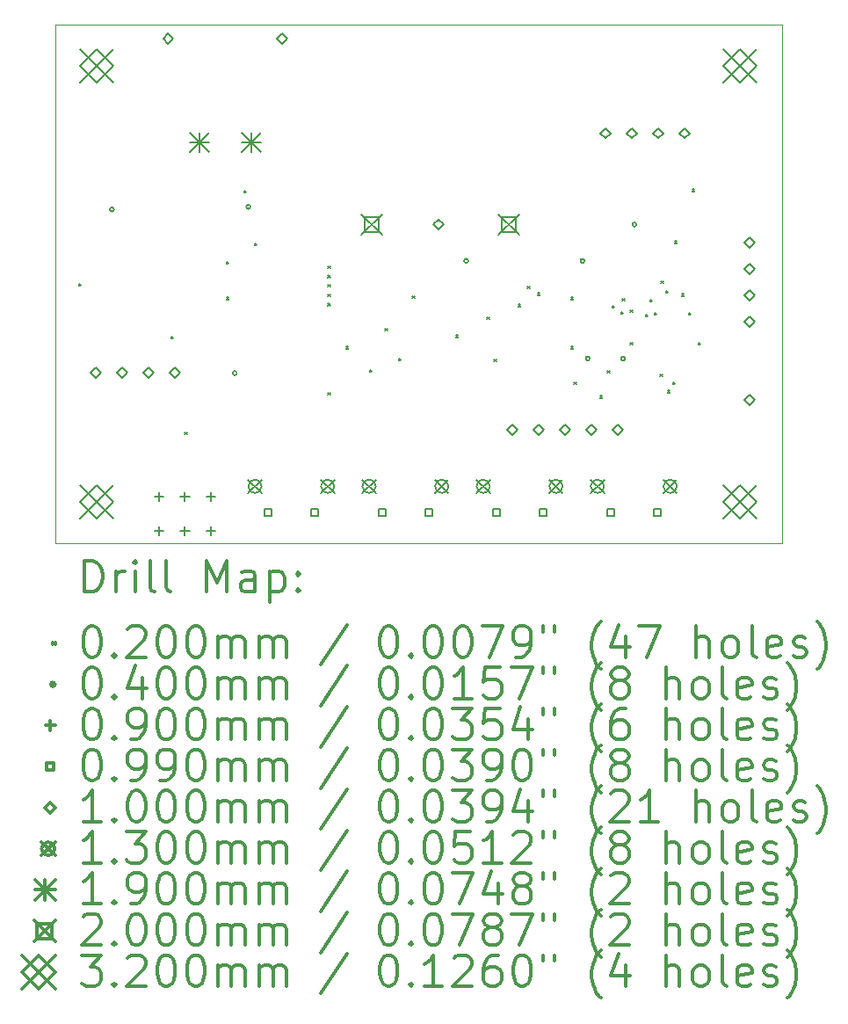
<source format=gbr>
%FSLAX45Y45*%
G04 Gerber Fmt 4.5, Leading zero omitted, Abs format (unit mm)*
G04 Created by KiCad (PCBNEW 5.1.10) date 2021-08-08 14:00:25*
%MOMM*%
%LPD*%
G01*
G04 APERTURE LIST*
%TA.AperFunction,Profile*%
%ADD10C,0.050000*%
%TD*%
%ADD11C,0.200000*%
%ADD12C,0.300000*%
G04 APERTURE END LIST*
D10*
X8300000Y-12400000D02*
X8300000Y-7400000D01*
X15300000Y-12400000D02*
X8300000Y-12400000D01*
X15300000Y-7400000D02*
X15300000Y-12400000D01*
X8300000Y-7400000D02*
X15300000Y-7400000D01*
D11*
X8530000Y-9900000D02*
X8550000Y-9920000D01*
X8550000Y-9900000D02*
X8530000Y-9920000D01*
X9420000Y-10410000D02*
X9440000Y-10430000D01*
X9440000Y-10410000D02*
X9420000Y-10430000D01*
X9550000Y-11330000D02*
X9570000Y-11350000D01*
X9570000Y-11330000D02*
X9550000Y-11350000D01*
X9950000Y-9690000D02*
X9970000Y-9710000D01*
X9970000Y-9690000D02*
X9950000Y-9710000D01*
X9950000Y-10030000D02*
X9970000Y-10050000D01*
X9970000Y-10030000D02*
X9950000Y-10050000D01*
X10120000Y-9000000D02*
X10140000Y-9020000D01*
X10140000Y-9000000D02*
X10120000Y-9020000D01*
X10220000Y-9510000D02*
X10240000Y-9530000D01*
X10240000Y-9510000D02*
X10220000Y-9530000D01*
X10930000Y-9730000D02*
X10950000Y-9750000D01*
X10950000Y-9730000D02*
X10930000Y-9750000D01*
X10930000Y-9820000D02*
X10950000Y-9840000D01*
X10950000Y-9820000D02*
X10930000Y-9840000D01*
X10930000Y-9910000D02*
X10950000Y-9930000D01*
X10950000Y-9910000D02*
X10930000Y-9930000D01*
X10930000Y-10000000D02*
X10950000Y-10020000D01*
X10950000Y-10000000D02*
X10930000Y-10020000D01*
X10930000Y-10090000D02*
X10950000Y-10110000D01*
X10950000Y-10090000D02*
X10930000Y-10110000D01*
X10930000Y-10950000D02*
X10950000Y-10970000D01*
X10950000Y-10950000D02*
X10930000Y-10970000D01*
X11100000Y-10505001D02*
X11120000Y-10525001D01*
X11120000Y-10505001D02*
X11100000Y-10525001D01*
X11330000Y-10730000D02*
X11350000Y-10750000D01*
X11350000Y-10730000D02*
X11330000Y-10750000D01*
X11480000Y-10330000D02*
X11500000Y-10350000D01*
X11500000Y-10330000D02*
X11480000Y-10350000D01*
X11610000Y-10620000D02*
X11630000Y-10640000D01*
X11630000Y-10620000D02*
X11610000Y-10640000D01*
X11740000Y-10020000D02*
X11760000Y-10040000D01*
X11760000Y-10020000D02*
X11740000Y-10040000D01*
X12160000Y-10395001D02*
X12180000Y-10415001D01*
X12180000Y-10395001D02*
X12160000Y-10415001D01*
X12460000Y-10220000D02*
X12480000Y-10240000D01*
X12480000Y-10220000D02*
X12460000Y-10240000D01*
X12530000Y-10630000D02*
X12550000Y-10650000D01*
X12550000Y-10630000D02*
X12530000Y-10650000D01*
X12760000Y-10100000D02*
X12780000Y-10120000D01*
X12780000Y-10100000D02*
X12760000Y-10120000D01*
X12852000Y-9928000D02*
X12872000Y-9948000D01*
X12872000Y-9928000D02*
X12852000Y-9948000D01*
X12950000Y-9990000D02*
X12970000Y-10010000D01*
X12970000Y-9990000D02*
X12950000Y-10010000D01*
X13270000Y-10030000D02*
X13290000Y-10050000D01*
X13290000Y-10030000D02*
X13270000Y-10050000D01*
X13270000Y-10505001D02*
X13290000Y-10525001D01*
X13290000Y-10505001D02*
X13270000Y-10525001D01*
X13300000Y-10850000D02*
X13320000Y-10870000D01*
X13320000Y-10850000D02*
X13300000Y-10870000D01*
X13550000Y-10980000D02*
X13570000Y-11000000D01*
X13570000Y-10980000D02*
X13550000Y-11000000D01*
X13620000Y-10740000D02*
X13640000Y-10760000D01*
X13640000Y-10740000D02*
X13620000Y-10760000D01*
X13670000Y-10110000D02*
X13690000Y-10130000D01*
X13690000Y-10110000D02*
X13670000Y-10130000D01*
X13750000Y-10170000D02*
X13770000Y-10190000D01*
X13770000Y-10170000D02*
X13750000Y-10190000D01*
X13766380Y-10044999D02*
X13786380Y-10064999D01*
X13786380Y-10044999D02*
X13766380Y-10064999D01*
X13840000Y-10470000D02*
X13860000Y-10490000D01*
X13860000Y-10470000D02*
X13840000Y-10490000D01*
X13842000Y-10155001D02*
X13862000Y-10175001D01*
X13862000Y-10155001D02*
X13842000Y-10175001D01*
X13991502Y-10195002D02*
X14011502Y-10215002D01*
X14011502Y-10195002D02*
X13991502Y-10215002D01*
X14030000Y-10050000D02*
X14050000Y-10070000D01*
X14050000Y-10050000D02*
X14030000Y-10070000D01*
X14076000Y-10180001D02*
X14096000Y-10200001D01*
X14096000Y-10180001D02*
X14076000Y-10200001D01*
X14130000Y-10770000D02*
X14150000Y-10790000D01*
X14150000Y-10770000D02*
X14130000Y-10790000D01*
X14137498Y-9873825D02*
X14157498Y-9893825D01*
X14157498Y-9873825D02*
X14137498Y-9893825D01*
X14182441Y-9969998D02*
X14202441Y-9989998D01*
X14202441Y-9969998D02*
X14182441Y-9989998D01*
X14200000Y-10930000D02*
X14220000Y-10950000D01*
X14220000Y-10930000D02*
X14200000Y-10950000D01*
X14250000Y-10850000D02*
X14270000Y-10870000D01*
X14270000Y-10850000D02*
X14250000Y-10870000D01*
X14270000Y-9490000D02*
X14290000Y-9510000D01*
X14290000Y-9490000D02*
X14270000Y-9510000D01*
X14335000Y-9997000D02*
X14355000Y-10017000D01*
X14355000Y-9997000D02*
X14335000Y-10017000D01*
X14405000Y-10178000D02*
X14425000Y-10198000D01*
X14425000Y-10178000D02*
X14405000Y-10198000D01*
X14440000Y-8990000D02*
X14460000Y-9010000D01*
X14460000Y-8990000D02*
X14440000Y-9010000D01*
X14500000Y-10470000D02*
X14520000Y-10490000D01*
X14520000Y-10470000D02*
X14500000Y-10490000D01*
X8865000Y-9185000D02*
G75*
G03*
X8865000Y-9185000I-20000J0D01*
G01*
X10050000Y-10760000D02*
G75*
G03*
X10050000Y-10760000I-20000J0D01*
G01*
X10180000Y-9160000D02*
G75*
G03*
X10180000Y-9160000I-20000J0D01*
G01*
X12280000Y-9680000D02*
G75*
G03*
X12280000Y-9680000I-20000J0D01*
G01*
X13400000Y-9680000D02*
G75*
G03*
X13400000Y-9680000I-20000J0D01*
G01*
X13450000Y-10620000D02*
G75*
G03*
X13450000Y-10620000I-20000J0D01*
G01*
X13790000Y-10620000D02*
G75*
G03*
X13790000Y-10620000I-20000J0D01*
G01*
X13900000Y-9330000D02*
G75*
G03*
X13900000Y-9330000I-20000J0D01*
G01*
X9300000Y-11905000D02*
X9300000Y-11995000D01*
X9255000Y-11950000D02*
X9345000Y-11950000D01*
X9300000Y-12235000D02*
X9300000Y-12325000D01*
X9255000Y-12280000D02*
X9345000Y-12280000D01*
X9550000Y-11905000D02*
X9550000Y-11995000D01*
X9505000Y-11950000D02*
X9595000Y-11950000D01*
X9550000Y-12235000D02*
X9550000Y-12325000D01*
X9505000Y-12280000D02*
X9595000Y-12280000D01*
X9800000Y-11905000D02*
X9800000Y-11995000D01*
X9755000Y-11950000D02*
X9845000Y-11950000D01*
X9800000Y-12235000D02*
X9800000Y-12325000D01*
X9755000Y-12280000D02*
X9845000Y-12280000D01*
X10385002Y-12135002D02*
X10385002Y-12064998D01*
X10314998Y-12064998D01*
X10314998Y-12135002D01*
X10385002Y-12135002D01*
X10835002Y-12135002D02*
X10835002Y-12064998D01*
X10764998Y-12064998D01*
X10764998Y-12135002D01*
X10835002Y-12135002D01*
X11485002Y-12135002D02*
X11485002Y-12064998D01*
X11414998Y-12064998D01*
X11414998Y-12135002D01*
X11485002Y-12135002D01*
X11935002Y-12135002D02*
X11935002Y-12064998D01*
X11864998Y-12064998D01*
X11864998Y-12135002D01*
X11935002Y-12135002D01*
X12585002Y-12135002D02*
X12585002Y-12064998D01*
X12514998Y-12064998D01*
X12514998Y-12135002D01*
X12585002Y-12135002D01*
X13035002Y-12135002D02*
X13035002Y-12064998D01*
X12964998Y-12064998D01*
X12964998Y-12135002D01*
X13035002Y-12135002D01*
X13685002Y-12135002D02*
X13685002Y-12064998D01*
X13614998Y-12064998D01*
X13614998Y-12135002D01*
X13685002Y-12135002D01*
X14135002Y-12135002D02*
X14135002Y-12064998D01*
X14064998Y-12064998D01*
X14064998Y-12135002D01*
X14135002Y-12135002D01*
X8690000Y-10810000D02*
X8740000Y-10760000D01*
X8690000Y-10710000D01*
X8640000Y-10760000D01*
X8690000Y-10810000D01*
X8944000Y-10810000D02*
X8994000Y-10760000D01*
X8944000Y-10710000D01*
X8894000Y-10760000D01*
X8944000Y-10810000D01*
X9198000Y-10810000D02*
X9248000Y-10760000D01*
X9198000Y-10710000D01*
X9148000Y-10760000D01*
X9198000Y-10810000D01*
X9389000Y-7590000D02*
X9439000Y-7540000D01*
X9389000Y-7490000D01*
X9339000Y-7540000D01*
X9389000Y-7590000D01*
X9452000Y-10810000D02*
X9502000Y-10760000D01*
X9452000Y-10710000D01*
X9402000Y-10760000D01*
X9452000Y-10810000D01*
X10489000Y-7590000D02*
X10539000Y-7540000D01*
X10489000Y-7490000D01*
X10439000Y-7540000D01*
X10489000Y-7590000D01*
X11990000Y-9380000D02*
X12040000Y-9330000D01*
X11990000Y-9280000D01*
X11940000Y-9330000D01*
X11990000Y-9380000D01*
X12704000Y-11360000D02*
X12754000Y-11310000D01*
X12704000Y-11260000D01*
X12654000Y-11310000D01*
X12704000Y-11360000D01*
X12958000Y-11360000D02*
X13008000Y-11310000D01*
X12958000Y-11260000D01*
X12908000Y-11310000D01*
X12958000Y-11360000D01*
X13212000Y-11360000D02*
X13262000Y-11310000D01*
X13212000Y-11260000D01*
X13162000Y-11310000D01*
X13212000Y-11360000D01*
X13466000Y-11360000D02*
X13516000Y-11310000D01*
X13466000Y-11260000D01*
X13416000Y-11310000D01*
X13466000Y-11360000D01*
X13600000Y-8500000D02*
X13650000Y-8450000D01*
X13600000Y-8400000D01*
X13550000Y-8450000D01*
X13600000Y-8500000D01*
X13720000Y-11360000D02*
X13770000Y-11310000D01*
X13720000Y-11260000D01*
X13670000Y-11310000D01*
X13720000Y-11360000D01*
X13854000Y-8500000D02*
X13904000Y-8450000D01*
X13854000Y-8400000D01*
X13804000Y-8450000D01*
X13854000Y-8500000D01*
X14108000Y-8500000D02*
X14158000Y-8450000D01*
X14108000Y-8400000D01*
X14058000Y-8450000D01*
X14108000Y-8500000D01*
X14362000Y-8500000D02*
X14412000Y-8450000D01*
X14362000Y-8400000D01*
X14312000Y-8450000D01*
X14362000Y-8500000D01*
X14990000Y-9552000D02*
X15040000Y-9502000D01*
X14990000Y-9452000D01*
X14940000Y-9502000D01*
X14990000Y-9552000D01*
X14990000Y-9806000D02*
X15040000Y-9756000D01*
X14990000Y-9706000D01*
X14940000Y-9756000D01*
X14990000Y-9806000D01*
X14990000Y-10060000D02*
X15040000Y-10010000D01*
X14990000Y-9960000D01*
X14940000Y-10010000D01*
X14990000Y-10060000D01*
X14990000Y-10314000D02*
X15040000Y-10264000D01*
X14990000Y-10214000D01*
X14940000Y-10264000D01*
X14990000Y-10314000D01*
X14990000Y-11070000D02*
X15040000Y-11020000D01*
X14990000Y-10970000D01*
X14940000Y-11020000D01*
X14990000Y-11070000D01*
X10159000Y-11786000D02*
X10289000Y-11916000D01*
X10289000Y-11786000D02*
X10159000Y-11916000D01*
X10289000Y-11851000D02*
G75*
G03*
X10289000Y-11851000I-65000J0D01*
G01*
X10860000Y-11786000D02*
X10990000Y-11916000D01*
X10990000Y-11786000D02*
X10860000Y-11916000D01*
X10990000Y-11851000D02*
G75*
G03*
X10990000Y-11851000I-65000J0D01*
G01*
X11259000Y-11786000D02*
X11389000Y-11916000D01*
X11389000Y-11786000D02*
X11259000Y-11916000D01*
X11389000Y-11851000D02*
G75*
G03*
X11389000Y-11851000I-65000J0D01*
G01*
X11960000Y-11786000D02*
X12090000Y-11916000D01*
X12090000Y-11786000D02*
X11960000Y-11916000D01*
X12090000Y-11851000D02*
G75*
G03*
X12090000Y-11851000I-65000J0D01*
G01*
X12359000Y-11786000D02*
X12489000Y-11916000D01*
X12489000Y-11786000D02*
X12359000Y-11916000D01*
X12489000Y-11851000D02*
G75*
G03*
X12489000Y-11851000I-65000J0D01*
G01*
X13060000Y-11786000D02*
X13190000Y-11916000D01*
X13190000Y-11786000D02*
X13060000Y-11916000D01*
X13190000Y-11851000D02*
G75*
G03*
X13190000Y-11851000I-65000J0D01*
G01*
X13459000Y-11786000D02*
X13589000Y-11916000D01*
X13589000Y-11786000D02*
X13459000Y-11916000D01*
X13589000Y-11851000D02*
G75*
G03*
X13589000Y-11851000I-65000J0D01*
G01*
X14160000Y-11786000D02*
X14290000Y-11916000D01*
X14290000Y-11786000D02*
X14160000Y-11916000D01*
X14290000Y-11851000D02*
G75*
G03*
X14290000Y-11851000I-65000J0D01*
G01*
X9594000Y-8445000D02*
X9784000Y-8635000D01*
X9784000Y-8445000D02*
X9594000Y-8635000D01*
X9689000Y-8445000D02*
X9689000Y-8635000D01*
X9594000Y-8540000D02*
X9784000Y-8540000D01*
X10094000Y-8445000D02*
X10284000Y-8635000D01*
X10284000Y-8445000D02*
X10094000Y-8635000D01*
X10189000Y-8445000D02*
X10189000Y-8635000D01*
X10094000Y-8540000D02*
X10284000Y-8540000D01*
X11250000Y-9230000D02*
X11450000Y-9430000D01*
X11450000Y-9230000D02*
X11250000Y-9430000D01*
X11420711Y-9400711D02*
X11420711Y-9259289D01*
X11279289Y-9259289D01*
X11279289Y-9400711D01*
X11420711Y-9400711D01*
X12570000Y-9230000D02*
X12770000Y-9430000D01*
X12770000Y-9230000D02*
X12570000Y-9430000D01*
X12740711Y-9400711D02*
X12740711Y-9259289D01*
X12599289Y-9259289D01*
X12599289Y-9400711D01*
X12740711Y-9400711D01*
X8540000Y-7640000D02*
X8860000Y-7960000D01*
X8860000Y-7640000D02*
X8540000Y-7960000D01*
X8700000Y-7960000D02*
X8860000Y-7800000D01*
X8700000Y-7640000D01*
X8540000Y-7800000D01*
X8700000Y-7960000D01*
X8540000Y-11840000D02*
X8860000Y-12160000D01*
X8860000Y-11840000D02*
X8540000Y-12160000D01*
X8700000Y-12160000D02*
X8860000Y-12000000D01*
X8700000Y-11840000D01*
X8540000Y-12000000D01*
X8700000Y-12160000D01*
X14740000Y-7640000D02*
X15060000Y-7960000D01*
X15060000Y-7640000D02*
X14740000Y-7960000D01*
X14900000Y-7960000D02*
X15060000Y-7800000D01*
X14900000Y-7640000D01*
X14740000Y-7800000D01*
X14900000Y-7960000D01*
X14740000Y-11840000D02*
X15060000Y-12160000D01*
X15060000Y-11840000D02*
X14740000Y-12160000D01*
X14900000Y-12160000D02*
X15060000Y-12000000D01*
X14900000Y-11840000D01*
X14740000Y-12000000D01*
X14900000Y-12160000D01*
D12*
X8583928Y-12868214D02*
X8583928Y-12568214D01*
X8655357Y-12568214D01*
X8698214Y-12582500D01*
X8726786Y-12611071D01*
X8741071Y-12639643D01*
X8755357Y-12696786D01*
X8755357Y-12739643D01*
X8741071Y-12796786D01*
X8726786Y-12825357D01*
X8698214Y-12853929D01*
X8655357Y-12868214D01*
X8583928Y-12868214D01*
X8883928Y-12868214D02*
X8883928Y-12668214D01*
X8883928Y-12725357D02*
X8898214Y-12696786D01*
X8912500Y-12682500D01*
X8941071Y-12668214D01*
X8969643Y-12668214D01*
X9069643Y-12868214D02*
X9069643Y-12668214D01*
X9069643Y-12568214D02*
X9055357Y-12582500D01*
X9069643Y-12596786D01*
X9083928Y-12582500D01*
X9069643Y-12568214D01*
X9069643Y-12596786D01*
X9255357Y-12868214D02*
X9226786Y-12853929D01*
X9212500Y-12825357D01*
X9212500Y-12568214D01*
X9412500Y-12868214D02*
X9383928Y-12853929D01*
X9369643Y-12825357D01*
X9369643Y-12568214D01*
X9755357Y-12868214D02*
X9755357Y-12568214D01*
X9855357Y-12782500D01*
X9955357Y-12568214D01*
X9955357Y-12868214D01*
X10226786Y-12868214D02*
X10226786Y-12711071D01*
X10212500Y-12682500D01*
X10183928Y-12668214D01*
X10126786Y-12668214D01*
X10098214Y-12682500D01*
X10226786Y-12853929D02*
X10198214Y-12868214D01*
X10126786Y-12868214D01*
X10098214Y-12853929D01*
X10083928Y-12825357D01*
X10083928Y-12796786D01*
X10098214Y-12768214D01*
X10126786Y-12753929D01*
X10198214Y-12753929D01*
X10226786Y-12739643D01*
X10369643Y-12668214D02*
X10369643Y-12968214D01*
X10369643Y-12682500D02*
X10398214Y-12668214D01*
X10455357Y-12668214D01*
X10483928Y-12682500D01*
X10498214Y-12696786D01*
X10512500Y-12725357D01*
X10512500Y-12811071D01*
X10498214Y-12839643D01*
X10483928Y-12853929D01*
X10455357Y-12868214D01*
X10398214Y-12868214D01*
X10369643Y-12853929D01*
X10641071Y-12839643D02*
X10655357Y-12853929D01*
X10641071Y-12868214D01*
X10626786Y-12853929D01*
X10641071Y-12839643D01*
X10641071Y-12868214D01*
X10641071Y-12682500D02*
X10655357Y-12696786D01*
X10641071Y-12711071D01*
X10626786Y-12696786D01*
X10641071Y-12682500D01*
X10641071Y-12711071D01*
X8277500Y-13352500D02*
X8297500Y-13372500D01*
X8297500Y-13352500D02*
X8277500Y-13372500D01*
X8641071Y-13198214D02*
X8669643Y-13198214D01*
X8698214Y-13212500D01*
X8712500Y-13226786D01*
X8726786Y-13255357D01*
X8741071Y-13312500D01*
X8741071Y-13383929D01*
X8726786Y-13441071D01*
X8712500Y-13469643D01*
X8698214Y-13483929D01*
X8669643Y-13498214D01*
X8641071Y-13498214D01*
X8612500Y-13483929D01*
X8598214Y-13469643D01*
X8583928Y-13441071D01*
X8569643Y-13383929D01*
X8569643Y-13312500D01*
X8583928Y-13255357D01*
X8598214Y-13226786D01*
X8612500Y-13212500D01*
X8641071Y-13198214D01*
X8869643Y-13469643D02*
X8883928Y-13483929D01*
X8869643Y-13498214D01*
X8855357Y-13483929D01*
X8869643Y-13469643D01*
X8869643Y-13498214D01*
X8998214Y-13226786D02*
X9012500Y-13212500D01*
X9041071Y-13198214D01*
X9112500Y-13198214D01*
X9141071Y-13212500D01*
X9155357Y-13226786D01*
X9169643Y-13255357D01*
X9169643Y-13283929D01*
X9155357Y-13326786D01*
X8983928Y-13498214D01*
X9169643Y-13498214D01*
X9355357Y-13198214D02*
X9383928Y-13198214D01*
X9412500Y-13212500D01*
X9426786Y-13226786D01*
X9441071Y-13255357D01*
X9455357Y-13312500D01*
X9455357Y-13383929D01*
X9441071Y-13441071D01*
X9426786Y-13469643D01*
X9412500Y-13483929D01*
X9383928Y-13498214D01*
X9355357Y-13498214D01*
X9326786Y-13483929D01*
X9312500Y-13469643D01*
X9298214Y-13441071D01*
X9283928Y-13383929D01*
X9283928Y-13312500D01*
X9298214Y-13255357D01*
X9312500Y-13226786D01*
X9326786Y-13212500D01*
X9355357Y-13198214D01*
X9641071Y-13198214D02*
X9669643Y-13198214D01*
X9698214Y-13212500D01*
X9712500Y-13226786D01*
X9726786Y-13255357D01*
X9741071Y-13312500D01*
X9741071Y-13383929D01*
X9726786Y-13441071D01*
X9712500Y-13469643D01*
X9698214Y-13483929D01*
X9669643Y-13498214D01*
X9641071Y-13498214D01*
X9612500Y-13483929D01*
X9598214Y-13469643D01*
X9583928Y-13441071D01*
X9569643Y-13383929D01*
X9569643Y-13312500D01*
X9583928Y-13255357D01*
X9598214Y-13226786D01*
X9612500Y-13212500D01*
X9641071Y-13198214D01*
X9869643Y-13498214D02*
X9869643Y-13298214D01*
X9869643Y-13326786D02*
X9883928Y-13312500D01*
X9912500Y-13298214D01*
X9955357Y-13298214D01*
X9983928Y-13312500D01*
X9998214Y-13341071D01*
X9998214Y-13498214D01*
X9998214Y-13341071D02*
X10012500Y-13312500D01*
X10041071Y-13298214D01*
X10083928Y-13298214D01*
X10112500Y-13312500D01*
X10126786Y-13341071D01*
X10126786Y-13498214D01*
X10269643Y-13498214D02*
X10269643Y-13298214D01*
X10269643Y-13326786D02*
X10283928Y-13312500D01*
X10312500Y-13298214D01*
X10355357Y-13298214D01*
X10383928Y-13312500D01*
X10398214Y-13341071D01*
X10398214Y-13498214D01*
X10398214Y-13341071D02*
X10412500Y-13312500D01*
X10441071Y-13298214D01*
X10483928Y-13298214D01*
X10512500Y-13312500D01*
X10526786Y-13341071D01*
X10526786Y-13498214D01*
X11112500Y-13183929D02*
X10855357Y-13569643D01*
X11498214Y-13198214D02*
X11526786Y-13198214D01*
X11555357Y-13212500D01*
X11569643Y-13226786D01*
X11583928Y-13255357D01*
X11598214Y-13312500D01*
X11598214Y-13383929D01*
X11583928Y-13441071D01*
X11569643Y-13469643D01*
X11555357Y-13483929D01*
X11526786Y-13498214D01*
X11498214Y-13498214D01*
X11469643Y-13483929D01*
X11455357Y-13469643D01*
X11441071Y-13441071D01*
X11426786Y-13383929D01*
X11426786Y-13312500D01*
X11441071Y-13255357D01*
X11455357Y-13226786D01*
X11469643Y-13212500D01*
X11498214Y-13198214D01*
X11726786Y-13469643D02*
X11741071Y-13483929D01*
X11726786Y-13498214D01*
X11712500Y-13483929D01*
X11726786Y-13469643D01*
X11726786Y-13498214D01*
X11926786Y-13198214D02*
X11955357Y-13198214D01*
X11983928Y-13212500D01*
X11998214Y-13226786D01*
X12012500Y-13255357D01*
X12026786Y-13312500D01*
X12026786Y-13383929D01*
X12012500Y-13441071D01*
X11998214Y-13469643D01*
X11983928Y-13483929D01*
X11955357Y-13498214D01*
X11926786Y-13498214D01*
X11898214Y-13483929D01*
X11883928Y-13469643D01*
X11869643Y-13441071D01*
X11855357Y-13383929D01*
X11855357Y-13312500D01*
X11869643Y-13255357D01*
X11883928Y-13226786D01*
X11898214Y-13212500D01*
X11926786Y-13198214D01*
X12212500Y-13198214D02*
X12241071Y-13198214D01*
X12269643Y-13212500D01*
X12283928Y-13226786D01*
X12298214Y-13255357D01*
X12312500Y-13312500D01*
X12312500Y-13383929D01*
X12298214Y-13441071D01*
X12283928Y-13469643D01*
X12269643Y-13483929D01*
X12241071Y-13498214D01*
X12212500Y-13498214D01*
X12183928Y-13483929D01*
X12169643Y-13469643D01*
X12155357Y-13441071D01*
X12141071Y-13383929D01*
X12141071Y-13312500D01*
X12155357Y-13255357D01*
X12169643Y-13226786D01*
X12183928Y-13212500D01*
X12212500Y-13198214D01*
X12412500Y-13198214D02*
X12612500Y-13198214D01*
X12483928Y-13498214D01*
X12741071Y-13498214D02*
X12798214Y-13498214D01*
X12826786Y-13483929D01*
X12841071Y-13469643D01*
X12869643Y-13426786D01*
X12883928Y-13369643D01*
X12883928Y-13255357D01*
X12869643Y-13226786D01*
X12855357Y-13212500D01*
X12826786Y-13198214D01*
X12769643Y-13198214D01*
X12741071Y-13212500D01*
X12726786Y-13226786D01*
X12712500Y-13255357D01*
X12712500Y-13326786D01*
X12726786Y-13355357D01*
X12741071Y-13369643D01*
X12769643Y-13383929D01*
X12826786Y-13383929D01*
X12855357Y-13369643D01*
X12869643Y-13355357D01*
X12883928Y-13326786D01*
X12998214Y-13198214D02*
X12998214Y-13255357D01*
X13112500Y-13198214D02*
X13112500Y-13255357D01*
X13555357Y-13612500D02*
X13541071Y-13598214D01*
X13512500Y-13555357D01*
X13498214Y-13526786D01*
X13483928Y-13483929D01*
X13469643Y-13412500D01*
X13469643Y-13355357D01*
X13483928Y-13283929D01*
X13498214Y-13241071D01*
X13512500Y-13212500D01*
X13541071Y-13169643D01*
X13555357Y-13155357D01*
X13798214Y-13298214D02*
X13798214Y-13498214D01*
X13726786Y-13183929D02*
X13655357Y-13398214D01*
X13841071Y-13398214D01*
X13926786Y-13198214D02*
X14126786Y-13198214D01*
X13998214Y-13498214D01*
X14469643Y-13498214D02*
X14469643Y-13198214D01*
X14598214Y-13498214D02*
X14598214Y-13341071D01*
X14583928Y-13312500D01*
X14555357Y-13298214D01*
X14512500Y-13298214D01*
X14483928Y-13312500D01*
X14469643Y-13326786D01*
X14783928Y-13498214D02*
X14755357Y-13483929D01*
X14741071Y-13469643D01*
X14726786Y-13441071D01*
X14726786Y-13355357D01*
X14741071Y-13326786D01*
X14755357Y-13312500D01*
X14783928Y-13298214D01*
X14826786Y-13298214D01*
X14855357Y-13312500D01*
X14869643Y-13326786D01*
X14883928Y-13355357D01*
X14883928Y-13441071D01*
X14869643Y-13469643D01*
X14855357Y-13483929D01*
X14826786Y-13498214D01*
X14783928Y-13498214D01*
X15055357Y-13498214D02*
X15026786Y-13483929D01*
X15012500Y-13455357D01*
X15012500Y-13198214D01*
X15283928Y-13483929D02*
X15255357Y-13498214D01*
X15198214Y-13498214D01*
X15169643Y-13483929D01*
X15155357Y-13455357D01*
X15155357Y-13341071D01*
X15169643Y-13312500D01*
X15198214Y-13298214D01*
X15255357Y-13298214D01*
X15283928Y-13312500D01*
X15298214Y-13341071D01*
X15298214Y-13369643D01*
X15155357Y-13398214D01*
X15412500Y-13483929D02*
X15441071Y-13498214D01*
X15498214Y-13498214D01*
X15526786Y-13483929D01*
X15541071Y-13455357D01*
X15541071Y-13441071D01*
X15526786Y-13412500D01*
X15498214Y-13398214D01*
X15455357Y-13398214D01*
X15426786Y-13383929D01*
X15412500Y-13355357D01*
X15412500Y-13341071D01*
X15426786Y-13312500D01*
X15455357Y-13298214D01*
X15498214Y-13298214D01*
X15526786Y-13312500D01*
X15641071Y-13612500D02*
X15655357Y-13598214D01*
X15683928Y-13555357D01*
X15698214Y-13526786D01*
X15712500Y-13483929D01*
X15726786Y-13412500D01*
X15726786Y-13355357D01*
X15712500Y-13283929D01*
X15698214Y-13241071D01*
X15683928Y-13212500D01*
X15655357Y-13169643D01*
X15641071Y-13155357D01*
X8297500Y-13758500D02*
G75*
G03*
X8297500Y-13758500I-20000J0D01*
G01*
X8641071Y-13594214D02*
X8669643Y-13594214D01*
X8698214Y-13608500D01*
X8712500Y-13622786D01*
X8726786Y-13651357D01*
X8741071Y-13708500D01*
X8741071Y-13779929D01*
X8726786Y-13837071D01*
X8712500Y-13865643D01*
X8698214Y-13879929D01*
X8669643Y-13894214D01*
X8641071Y-13894214D01*
X8612500Y-13879929D01*
X8598214Y-13865643D01*
X8583928Y-13837071D01*
X8569643Y-13779929D01*
X8569643Y-13708500D01*
X8583928Y-13651357D01*
X8598214Y-13622786D01*
X8612500Y-13608500D01*
X8641071Y-13594214D01*
X8869643Y-13865643D02*
X8883928Y-13879929D01*
X8869643Y-13894214D01*
X8855357Y-13879929D01*
X8869643Y-13865643D01*
X8869643Y-13894214D01*
X9141071Y-13694214D02*
X9141071Y-13894214D01*
X9069643Y-13579929D02*
X8998214Y-13794214D01*
X9183928Y-13794214D01*
X9355357Y-13594214D02*
X9383928Y-13594214D01*
X9412500Y-13608500D01*
X9426786Y-13622786D01*
X9441071Y-13651357D01*
X9455357Y-13708500D01*
X9455357Y-13779929D01*
X9441071Y-13837071D01*
X9426786Y-13865643D01*
X9412500Y-13879929D01*
X9383928Y-13894214D01*
X9355357Y-13894214D01*
X9326786Y-13879929D01*
X9312500Y-13865643D01*
X9298214Y-13837071D01*
X9283928Y-13779929D01*
X9283928Y-13708500D01*
X9298214Y-13651357D01*
X9312500Y-13622786D01*
X9326786Y-13608500D01*
X9355357Y-13594214D01*
X9641071Y-13594214D02*
X9669643Y-13594214D01*
X9698214Y-13608500D01*
X9712500Y-13622786D01*
X9726786Y-13651357D01*
X9741071Y-13708500D01*
X9741071Y-13779929D01*
X9726786Y-13837071D01*
X9712500Y-13865643D01*
X9698214Y-13879929D01*
X9669643Y-13894214D01*
X9641071Y-13894214D01*
X9612500Y-13879929D01*
X9598214Y-13865643D01*
X9583928Y-13837071D01*
X9569643Y-13779929D01*
X9569643Y-13708500D01*
X9583928Y-13651357D01*
X9598214Y-13622786D01*
X9612500Y-13608500D01*
X9641071Y-13594214D01*
X9869643Y-13894214D02*
X9869643Y-13694214D01*
X9869643Y-13722786D02*
X9883928Y-13708500D01*
X9912500Y-13694214D01*
X9955357Y-13694214D01*
X9983928Y-13708500D01*
X9998214Y-13737071D01*
X9998214Y-13894214D01*
X9998214Y-13737071D02*
X10012500Y-13708500D01*
X10041071Y-13694214D01*
X10083928Y-13694214D01*
X10112500Y-13708500D01*
X10126786Y-13737071D01*
X10126786Y-13894214D01*
X10269643Y-13894214D02*
X10269643Y-13694214D01*
X10269643Y-13722786D02*
X10283928Y-13708500D01*
X10312500Y-13694214D01*
X10355357Y-13694214D01*
X10383928Y-13708500D01*
X10398214Y-13737071D01*
X10398214Y-13894214D01*
X10398214Y-13737071D02*
X10412500Y-13708500D01*
X10441071Y-13694214D01*
X10483928Y-13694214D01*
X10512500Y-13708500D01*
X10526786Y-13737071D01*
X10526786Y-13894214D01*
X11112500Y-13579929D02*
X10855357Y-13965643D01*
X11498214Y-13594214D02*
X11526786Y-13594214D01*
X11555357Y-13608500D01*
X11569643Y-13622786D01*
X11583928Y-13651357D01*
X11598214Y-13708500D01*
X11598214Y-13779929D01*
X11583928Y-13837071D01*
X11569643Y-13865643D01*
X11555357Y-13879929D01*
X11526786Y-13894214D01*
X11498214Y-13894214D01*
X11469643Y-13879929D01*
X11455357Y-13865643D01*
X11441071Y-13837071D01*
X11426786Y-13779929D01*
X11426786Y-13708500D01*
X11441071Y-13651357D01*
X11455357Y-13622786D01*
X11469643Y-13608500D01*
X11498214Y-13594214D01*
X11726786Y-13865643D02*
X11741071Y-13879929D01*
X11726786Y-13894214D01*
X11712500Y-13879929D01*
X11726786Y-13865643D01*
X11726786Y-13894214D01*
X11926786Y-13594214D02*
X11955357Y-13594214D01*
X11983928Y-13608500D01*
X11998214Y-13622786D01*
X12012500Y-13651357D01*
X12026786Y-13708500D01*
X12026786Y-13779929D01*
X12012500Y-13837071D01*
X11998214Y-13865643D01*
X11983928Y-13879929D01*
X11955357Y-13894214D01*
X11926786Y-13894214D01*
X11898214Y-13879929D01*
X11883928Y-13865643D01*
X11869643Y-13837071D01*
X11855357Y-13779929D01*
X11855357Y-13708500D01*
X11869643Y-13651357D01*
X11883928Y-13622786D01*
X11898214Y-13608500D01*
X11926786Y-13594214D01*
X12312500Y-13894214D02*
X12141071Y-13894214D01*
X12226786Y-13894214D02*
X12226786Y-13594214D01*
X12198214Y-13637071D01*
X12169643Y-13665643D01*
X12141071Y-13679929D01*
X12583928Y-13594214D02*
X12441071Y-13594214D01*
X12426786Y-13737071D01*
X12441071Y-13722786D01*
X12469643Y-13708500D01*
X12541071Y-13708500D01*
X12569643Y-13722786D01*
X12583928Y-13737071D01*
X12598214Y-13765643D01*
X12598214Y-13837071D01*
X12583928Y-13865643D01*
X12569643Y-13879929D01*
X12541071Y-13894214D01*
X12469643Y-13894214D01*
X12441071Y-13879929D01*
X12426786Y-13865643D01*
X12698214Y-13594214D02*
X12898214Y-13594214D01*
X12769643Y-13894214D01*
X12998214Y-13594214D02*
X12998214Y-13651357D01*
X13112500Y-13594214D02*
X13112500Y-13651357D01*
X13555357Y-14008500D02*
X13541071Y-13994214D01*
X13512500Y-13951357D01*
X13498214Y-13922786D01*
X13483928Y-13879929D01*
X13469643Y-13808500D01*
X13469643Y-13751357D01*
X13483928Y-13679929D01*
X13498214Y-13637071D01*
X13512500Y-13608500D01*
X13541071Y-13565643D01*
X13555357Y-13551357D01*
X13712500Y-13722786D02*
X13683928Y-13708500D01*
X13669643Y-13694214D01*
X13655357Y-13665643D01*
X13655357Y-13651357D01*
X13669643Y-13622786D01*
X13683928Y-13608500D01*
X13712500Y-13594214D01*
X13769643Y-13594214D01*
X13798214Y-13608500D01*
X13812500Y-13622786D01*
X13826786Y-13651357D01*
X13826786Y-13665643D01*
X13812500Y-13694214D01*
X13798214Y-13708500D01*
X13769643Y-13722786D01*
X13712500Y-13722786D01*
X13683928Y-13737071D01*
X13669643Y-13751357D01*
X13655357Y-13779929D01*
X13655357Y-13837071D01*
X13669643Y-13865643D01*
X13683928Y-13879929D01*
X13712500Y-13894214D01*
X13769643Y-13894214D01*
X13798214Y-13879929D01*
X13812500Y-13865643D01*
X13826786Y-13837071D01*
X13826786Y-13779929D01*
X13812500Y-13751357D01*
X13798214Y-13737071D01*
X13769643Y-13722786D01*
X14183928Y-13894214D02*
X14183928Y-13594214D01*
X14312500Y-13894214D02*
X14312500Y-13737071D01*
X14298214Y-13708500D01*
X14269643Y-13694214D01*
X14226786Y-13694214D01*
X14198214Y-13708500D01*
X14183928Y-13722786D01*
X14498214Y-13894214D02*
X14469643Y-13879929D01*
X14455357Y-13865643D01*
X14441071Y-13837071D01*
X14441071Y-13751357D01*
X14455357Y-13722786D01*
X14469643Y-13708500D01*
X14498214Y-13694214D01*
X14541071Y-13694214D01*
X14569643Y-13708500D01*
X14583928Y-13722786D01*
X14598214Y-13751357D01*
X14598214Y-13837071D01*
X14583928Y-13865643D01*
X14569643Y-13879929D01*
X14541071Y-13894214D01*
X14498214Y-13894214D01*
X14769643Y-13894214D02*
X14741071Y-13879929D01*
X14726786Y-13851357D01*
X14726786Y-13594214D01*
X14998214Y-13879929D02*
X14969643Y-13894214D01*
X14912500Y-13894214D01*
X14883928Y-13879929D01*
X14869643Y-13851357D01*
X14869643Y-13737071D01*
X14883928Y-13708500D01*
X14912500Y-13694214D01*
X14969643Y-13694214D01*
X14998214Y-13708500D01*
X15012500Y-13737071D01*
X15012500Y-13765643D01*
X14869643Y-13794214D01*
X15126786Y-13879929D02*
X15155357Y-13894214D01*
X15212500Y-13894214D01*
X15241071Y-13879929D01*
X15255357Y-13851357D01*
X15255357Y-13837071D01*
X15241071Y-13808500D01*
X15212500Y-13794214D01*
X15169643Y-13794214D01*
X15141071Y-13779929D01*
X15126786Y-13751357D01*
X15126786Y-13737071D01*
X15141071Y-13708500D01*
X15169643Y-13694214D01*
X15212500Y-13694214D01*
X15241071Y-13708500D01*
X15355357Y-14008500D02*
X15369643Y-13994214D01*
X15398214Y-13951357D01*
X15412500Y-13922786D01*
X15426786Y-13879929D01*
X15441071Y-13808500D01*
X15441071Y-13751357D01*
X15426786Y-13679929D01*
X15412500Y-13637071D01*
X15398214Y-13608500D01*
X15369643Y-13565643D01*
X15355357Y-13551357D01*
X8252500Y-14109500D02*
X8252500Y-14199500D01*
X8207500Y-14154500D02*
X8297500Y-14154500D01*
X8641071Y-13990214D02*
X8669643Y-13990214D01*
X8698214Y-14004500D01*
X8712500Y-14018786D01*
X8726786Y-14047357D01*
X8741071Y-14104500D01*
X8741071Y-14175929D01*
X8726786Y-14233071D01*
X8712500Y-14261643D01*
X8698214Y-14275929D01*
X8669643Y-14290214D01*
X8641071Y-14290214D01*
X8612500Y-14275929D01*
X8598214Y-14261643D01*
X8583928Y-14233071D01*
X8569643Y-14175929D01*
X8569643Y-14104500D01*
X8583928Y-14047357D01*
X8598214Y-14018786D01*
X8612500Y-14004500D01*
X8641071Y-13990214D01*
X8869643Y-14261643D02*
X8883928Y-14275929D01*
X8869643Y-14290214D01*
X8855357Y-14275929D01*
X8869643Y-14261643D01*
X8869643Y-14290214D01*
X9026786Y-14290214D02*
X9083928Y-14290214D01*
X9112500Y-14275929D01*
X9126786Y-14261643D01*
X9155357Y-14218786D01*
X9169643Y-14161643D01*
X9169643Y-14047357D01*
X9155357Y-14018786D01*
X9141071Y-14004500D01*
X9112500Y-13990214D01*
X9055357Y-13990214D01*
X9026786Y-14004500D01*
X9012500Y-14018786D01*
X8998214Y-14047357D01*
X8998214Y-14118786D01*
X9012500Y-14147357D01*
X9026786Y-14161643D01*
X9055357Y-14175929D01*
X9112500Y-14175929D01*
X9141071Y-14161643D01*
X9155357Y-14147357D01*
X9169643Y-14118786D01*
X9355357Y-13990214D02*
X9383928Y-13990214D01*
X9412500Y-14004500D01*
X9426786Y-14018786D01*
X9441071Y-14047357D01*
X9455357Y-14104500D01*
X9455357Y-14175929D01*
X9441071Y-14233071D01*
X9426786Y-14261643D01*
X9412500Y-14275929D01*
X9383928Y-14290214D01*
X9355357Y-14290214D01*
X9326786Y-14275929D01*
X9312500Y-14261643D01*
X9298214Y-14233071D01*
X9283928Y-14175929D01*
X9283928Y-14104500D01*
X9298214Y-14047357D01*
X9312500Y-14018786D01*
X9326786Y-14004500D01*
X9355357Y-13990214D01*
X9641071Y-13990214D02*
X9669643Y-13990214D01*
X9698214Y-14004500D01*
X9712500Y-14018786D01*
X9726786Y-14047357D01*
X9741071Y-14104500D01*
X9741071Y-14175929D01*
X9726786Y-14233071D01*
X9712500Y-14261643D01*
X9698214Y-14275929D01*
X9669643Y-14290214D01*
X9641071Y-14290214D01*
X9612500Y-14275929D01*
X9598214Y-14261643D01*
X9583928Y-14233071D01*
X9569643Y-14175929D01*
X9569643Y-14104500D01*
X9583928Y-14047357D01*
X9598214Y-14018786D01*
X9612500Y-14004500D01*
X9641071Y-13990214D01*
X9869643Y-14290214D02*
X9869643Y-14090214D01*
X9869643Y-14118786D02*
X9883928Y-14104500D01*
X9912500Y-14090214D01*
X9955357Y-14090214D01*
X9983928Y-14104500D01*
X9998214Y-14133071D01*
X9998214Y-14290214D01*
X9998214Y-14133071D02*
X10012500Y-14104500D01*
X10041071Y-14090214D01*
X10083928Y-14090214D01*
X10112500Y-14104500D01*
X10126786Y-14133071D01*
X10126786Y-14290214D01*
X10269643Y-14290214D02*
X10269643Y-14090214D01*
X10269643Y-14118786D02*
X10283928Y-14104500D01*
X10312500Y-14090214D01*
X10355357Y-14090214D01*
X10383928Y-14104500D01*
X10398214Y-14133071D01*
X10398214Y-14290214D01*
X10398214Y-14133071D02*
X10412500Y-14104500D01*
X10441071Y-14090214D01*
X10483928Y-14090214D01*
X10512500Y-14104500D01*
X10526786Y-14133071D01*
X10526786Y-14290214D01*
X11112500Y-13975929D02*
X10855357Y-14361643D01*
X11498214Y-13990214D02*
X11526786Y-13990214D01*
X11555357Y-14004500D01*
X11569643Y-14018786D01*
X11583928Y-14047357D01*
X11598214Y-14104500D01*
X11598214Y-14175929D01*
X11583928Y-14233071D01*
X11569643Y-14261643D01*
X11555357Y-14275929D01*
X11526786Y-14290214D01*
X11498214Y-14290214D01*
X11469643Y-14275929D01*
X11455357Y-14261643D01*
X11441071Y-14233071D01*
X11426786Y-14175929D01*
X11426786Y-14104500D01*
X11441071Y-14047357D01*
X11455357Y-14018786D01*
X11469643Y-14004500D01*
X11498214Y-13990214D01*
X11726786Y-14261643D02*
X11741071Y-14275929D01*
X11726786Y-14290214D01*
X11712500Y-14275929D01*
X11726786Y-14261643D01*
X11726786Y-14290214D01*
X11926786Y-13990214D02*
X11955357Y-13990214D01*
X11983928Y-14004500D01*
X11998214Y-14018786D01*
X12012500Y-14047357D01*
X12026786Y-14104500D01*
X12026786Y-14175929D01*
X12012500Y-14233071D01*
X11998214Y-14261643D01*
X11983928Y-14275929D01*
X11955357Y-14290214D01*
X11926786Y-14290214D01*
X11898214Y-14275929D01*
X11883928Y-14261643D01*
X11869643Y-14233071D01*
X11855357Y-14175929D01*
X11855357Y-14104500D01*
X11869643Y-14047357D01*
X11883928Y-14018786D01*
X11898214Y-14004500D01*
X11926786Y-13990214D01*
X12126786Y-13990214D02*
X12312500Y-13990214D01*
X12212500Y-14104500D01*
X12255357Y-14104500D01*
X12283928Y-14118786D01*
X12298214Y-14133071D01*
X12312500Y-14161643D01*
X12312500Y-14233071D01*
X12298214Y-14261643D01*
X12283928Y-14275929D01*
X12255357Y-14290214D01*
X12169643Y-14290214D01*
X12141071Y-14275929D01*
X12126786Y-14261643D01*
X12583928Y-13990214D02*
X12441071Y-13990214D01*
X12426786Y-14133071D01*
X12441071Y-14118786D01*
X12469643Y-14104500D01*
X12541071Y-14104500D01*
X12569643Y-14118786D01*
X12583928Y-14133071D01*
X12598214Y-14161643D01*
X12598214Y-14233071D01*
X12583928Y-14261643D01*
X12569643Y-14275929D01*
X12541071Y-14290214D01*
X12469643Y-14290214D01*
X12441071Y-14275929D01*
X12426786Y-14261643D01*
X12855357Y-14090214D02*
X12855357Y-14290214D01*
X12783928Y-13975929D02*
X12712500Y-14190214D01*
X12898214Y-14190214D01*
X12998214Y-13990214D02*
X12998214Y-14047357D01*
X13112500Y-13990214D02*
X13112500Y-14047357D01*
X13555357Y-14404500D02*
X13541071Y-14390214D01*
X13512500Y-14347357D01*
X13498214Y-14318786D01*
X13483928Y-14275929D01*
X13469643Y-14204500D01*
X13469643Y-14147357D01*
X13483928Y-14075929D01*
X13498214Y-14033071D01*
X13512500Y-14004500D01*
X13541071Y-13961643D01*
X13555357Y-13947357D01*
X13798214Y-13990214D02*
X13741071Y-13990214D01*
X13712500Y-14004500D01*
X13698214Y-14018786D01*
X13669643Y-14061643D01*
X13655357Y-14118786D01*
X13655357Y-14233071D01*
X13669643Y-14261643D01*
X13683928Y-14275929D01*
X13712500Y-14290214D01*
X13769643Y-14290214D01*
X13798214Y-14275929D01*
X13812500Y-14261643D01*
X13826786Y-14233071D01*
X13826786Y-14161643D01*
X13812500Y-14133071D01*
X13798214Y-14118786D01*
X13769643Y-14104500D01*
X13712500Y-14104500D01*
X13683928Y-14118786D01*
X13669643Y-14133071D01*
X13655357Y-14161643D01*
X14183928Y-14290214D02*
X14183928Y-13990214D01*
X14312500Y-14290214D02*
X14312500Y-14133071D01*
X14298214Y-14104500D01*
X14269643Y-14090214D01*
X14226786Y-14090214D01*
X14198214Y-14104500D01*
X14183928Y-14118786D01*
X14498214Y-14290214D02*
X14469643Y-14275929D01*
X14455357Y-14261643D01*
X14441071Y-14233071D01*
X14441071Y-14147357D01*
X14455357Y-14118786D01*
X14469643Y-14104500D01*
X14498214Y-14090214D01*
X14541071Y-14090214D01*
X14569643Y-14104500D01*
X14583928Y-14118786D01*
X14598214Y-14147357D01*
X14598214Y-14233071D01*
X14583928Y-14261643D01*
X14569643Y-14275929D01*
X14541071Y-14290214D01*
X14498214Y-14290214D01*
X14769643Y-14290214D02*
X14741071Y-14275929D01*
X14726786Y-14247357D01*
X14726786Y-13990214D01*
X14998214Y-14275929D02*
X14969643Y-14290214D01*
X14912500Y-14290214D01*
X14883928Y-14275929D01*
X14869643Y-14247357D01*
X14869643Y-14133071D01*
X14883928Y-14104500D01*
X14912500Y-14090214D01*
X14969643Y-14090214D01*
X14998214Y-14104500D01*
X15012500Y-14133071D01*
X15012500Y-14161643D01*
X14869643Y-14190214D01*
X15126786Y-14275929D02*
X15155357Y-14290214D01*
X15212500Y-14290214D01*
X15241071Y-14275929D01*
X15255357Y-14247357D01*
X15255357Y-14233071D01*
X15241071Y-14204500D01*
X15212500Y-14190214D01*
X15169643Y-14190214D01*
X15141071Y-14175929D01*
X15126786Y-14147357D01*
X15126786Y-14133071D01*
X15141071Y-14104500D01*
X15169643Y-14090214D01*
X15212500Y-14090214D01*
X15241071Y-14104500D01*
X15355357Y-14404500D02*
X15369643Y-14390214D01*
X15398214Y-14347357D01*
X15412500Y-14318786D01*
X15426786Y-14275929D01*
X15441071Y-14204500D01*
X15441071Y-14147357D01*
X15426786Y-14075929D01*
X15412500Y-14033071D01*
X15398214Y-14004500D01*
X15369643Y-13961643D01*
X15355357Y-13947357D01*
X8283002Y-14585502D02*
X8283002Y-14515498D01*
X8212998Y-14515498D01*
X8212998Y-14585502D01*
X8283002Y-14585502D01*
X8641071Y-14386214D02*
X8669643Y-14386214D01*
X8698214Y-14400500D01*
X8712500Y-14414786D01*
X8726786Y-14443357D01*
X8741071Y-14500500D01*
X8741071Y-14571929D01*
X8726786Y-14629071D01*
X8712500Y-14657643D01*
X8698214Y-14671929D01*
X8669643Y-14686214D01*
X8641071Y-14686214D01*
X8612500Y-14671929D01*
X8598214Y-14657643D01*
X8583928Y-14629071D01*
X8569643Y-14571929D01*
X8569643Y-14500500D01*
X8583928Y-14443357D01*
X8598214Y-14414786D01*
X8612500Y-14400500D01*
X8641071Y-14386214D01*
X8869643Y-14657643D02*
X8883928Y-14671929D01*
X8869643Y-14686214D01*
X8855357Y-14671929D01*
X8869643Y-14657643D01*
X8869643Y-14686214D01*
X9026786Y-14686214D02*
X9083928Y-14686214D01*
X9112500Y-14671929D01*
X9126786Y-14657643D01*
X9155357Y-14614786D01*
X9169643Y-14557643D01*
X9169643Y-14443357D01*
X9155357Y-14414786D01*
X9141071Y-14400500D01*
X9112500Y-14386214D01*
X9055357Y-14386214D01*
X9026786Y-14400500D01*
X9012500Y-14414786D01*
X8998214Y-14443357D01*
X8998214Y-14514786D01*
X9012500Y-14543357D01*
X9026786Y-14557643D01*
X9055357Y-14571929D01*
X9112500Y-14571929D01*
X9141071Y-14557643D01*
X9155357Y-14543357D01*
X9169643Y-14514786D01*
X9312500Y-14686214D02*
X9369643Y-14686214D01*
X9398214Y-14671929D01*
X9412500Y-14657643D01*
X9441071Y-14614786D01*
X9455357Y-14557643D01*
X9455357Y-14443357D01*
X9441071Y-14414786D01*
X9426786Y-14400500D01*
X9398214Y-14386214D01*
X9341071Y-14386214D01*
X9312500Y-14400500D01*
X9298214Y-14414786D01*
X9283928Y-14443357D01*
X9283928Y-14514786D01*
X9298214Y-14543357D01*
X9312500Y-14557643D01*
X9341071Y-14571929D01*
X9398214Y-14571929D01*
X9426786Y-14557643D01*
X9441071Y-14543357D01*
X9455357Y-14514786D01*
X9641071Y-14386214D02*
X9669643Y-14386214D01*
X9698214Y-14400500D01*
X9712500Y-14414786D01*
X9726786Y-14443357D01*
X9741071Y-14500500D01*
X9741071Y-14571929D01*
X9726786Y-14629071D01*
X9712500Y-14657643D01*
X9698214Y-14671929D01*
X9669643Y-14686214D01*
X9641071Y-14686214D01*
X9612500Y-14671929D01*
X9598214Y-14657643D01*
X9583928Y-14629071D01*
X9569643Y-14571929D01*
X9569643Y-14500500D01*
X9583928Y-14443357D01*
X9598214Y-14414786D01*
X9612500Y-14400500D01*
X9641071Y-14386214D01*
X9869643Y-14686214D02*
X9869643Y-14486214D01*
X9869643Y-14514786D02*
X9883928Y-14500500D01*
X9912500Y-14486214D01*
X9955357Y-14486214D01*
X9983928Y-14500500D01*
X9998214Y-14529071D01*
X9998214Y-14686214D01*
X9998214Y-14529071D02*
X10012500Y-14500500D01*
X10041071Y-14486214D01*
X10083928Y-14486214D01*
X10112500Y-14500500D01*
X10126786Y-14529071D01*
X10126786Y-14686214D01*
X10269643Y-14686214D02*
X10269643Y-14486214D01*
X10269643Y-14514786D02*
X10283928Y-14500500D01*
X10312500Y-14486214D01*
X10355357Y-14486214D01*
X10383928Y-14500500D01*
X10398214Y-14529071D01*
X10398214Y-14686214D01*
X10398214Y-14529071D02*
X10412500Y-14500500D01*
X10441071Y-14486214D01*
X10483928Y-14486214D01*
X10512500Y-14500500D01*
X10526786Y-14529071D01*
X10526786Y-14686214D01*
X11112500Y-14371929D02*
X10855357Y-14757643D01*
X11498214Y-14386214D02*
X11526786Y-14386214D01*
X11555357Y-14400500D01*
X11569643Y-14414786D01*
X11583928Y-14443357D01*
X11598214Y-14500500D01*
X11598214Y-14571929D01*
X11583928Y-14629071D01*
X11569643Y-14657643D01*
X11555357Y-14671929D01*
X11526786Y-14686214D01*
X11498214Y-14686214D01*
X11469643Y-14671929D01*
X11455357Y-14657643D01*
X11441071Y-14629071D01*
X11426786Y-14571929D01*
X11426786Y-14500500D01*
X11441071Y-14443357D01*
X11455357Y-14414786D01*
X11469643Y-14400500D01*
X11498214Y-14386214D01*
X11726786Y-14657643D02*
X11741071Y-14671929D01*
X11726786Y-14686214D01*
X11712500Y-14671929D01*
X11726786Y-14657643D01*
X11726786Y-14686214D01*
X11926786Y-14386214D02*
X11955357Y-14386214D01*
X11983928Y-14400500D01*
X11998214Y-14414786D01*
X12012500Y-14443357D01*
X12026786Y-14500500D01*
X12026786Y-14571929D01*
X12012500Y-14629071D01*
X11998214Y-14657643D01*
X11983928Y-14671929D01*
X11955357Y-14686214D01*
X11926786Y-14686214D01*
X11898214Y-14671929D01*
X11883928Y-14657643D01*
X11869643Y-14629071D01*
X11855357Y-14571929D01*
X11855357Y-14500500D01*
X11869643Y-14443357D01*
X11883928Y-14414786D01*
X11898214Y-14400500D01*
X11926786Y-14386214D01*
X12126786Y-14386214D02*
X12312500Y-14386214D01*
X12212500Y-14500500D01*
X12255357Y-14500500D01*
X12283928Y-14514786D01*
X12298214Y-14529071D01*
X12312500Y-14557643D01*
X12312500Y-14629071D01*
X12298214Y-14657643D01*
X12283928Y-14671929D01*
X12255357Y-14686214D01*
X12169643Y-14686214D01*
X12141071Y-14671929D01*
X12126786Y-14657643D01*
X12455357Y-14686214D02*
X12512500Y-14686214D01*
X12541071Y-14671929D01*
X12555357Y-14657643D01*
X12583928Y-14614786D01*
X12598214Y-14557643D01*
X12598214Y-14443357D01*
X12583928Y-14414786D01*
X12569643Y-14400500D01*
X12541071Y-14386214D01*
X12483928Y-14386214D01*
X12455357Y-14400500D01*
X12441071Y-14414786D01*
X12426786Y-14443357D01*
X12426786Y-14514786D01*
X12441071Y-14543357D01*
X12455357Y-14557643D01*
X12483928Y-14571929D01*
X12541071Y-14571929D01*
X12569643Y-14557643D01*
X12583928Y-14543357D01*
X12598214Y-14514786D01*
X12783928Y-14386214D02*
X12812500Y-14386214D01*
X12841071Y-14400500D01*
X12855357Y-14414786D01*
X12869643Y-14443357D01*
X12883928Y-14500500D01*
X12883928Y-14571929D01*
X12869643Y-14629071D01*
X12855357Y-14657643D01*
X12841071Y-14671929D01*
X12812500Y-14686214D01*
X12783928Y-14686214D01*
X12755357Y-14671929D01*
X12741071Y-14657643D01*
X12726786Y-14629071D01*
X12712500Y-14571929D01*
X12712500Y-14500500D01*
X12726786Y-14443357D01*
X12741071Y-14414786D01*
X12755357Y-14400500D01*
X12783928Y-14386214D01*
X12998214Y-14386214D02*
X12998214Y-14443357D01*
X13112500Y-14386214D02*
X13112500Y-14443357D01*
X13555357Y-14800500D02*
X13541071Y-14786214D01*
X13512500Y-14743357D01*
X13498214Y-14714786D01*
X13483928Y-14671929D01*
X13469643Y-14600500D01*
X13469643Y-14543357D01*
X13483928Y-14471929D01*
X13498214Y-14429071D01*
X13512500Y-14400500D01*
X13541071Y-14357643D01*
X13555357Y-14343357D01*
X13712500Y-14514786D02*
X13683928Y-14500500D01*
X13669643Y-14486214D01*
X13655357Y-14457643D01*
X13655357Y-14443357D01*
X13669643Y-14414786D01*
X13683928Y-14400500D01*
X13712500Y-14386214D01*
X13769643Y-14386214D01*
X13798214Y-14400500D01*
X13812500Y-14414786D01*
X13826786Y-14443357D01*
X13826786Y-14457643D01*
X13812500Y-14486214D01*
X13798214Y-14500500D01*
X13769643Y-14514786D01*
X13712500Y-14514786D01*
X13683928Y-14529071D01*
X13669643Y-14543357D01*
X13655357Y-14571929D01*
X13655357Y-14629071D01*
X13669643Y-14657643D01*
X13683928Y-14671929D01*
X13712500Y-14686214D01*
X13769643Y-14686214D01*
X13798214Y-14671929D01*
X13812500Y-14657643D01*
X13826786Y-14629071D01*
X13826786Y-14571929D01*
X13812500Y-14543357D01*
X13798214Y-14529071D01*
X13769643Y-14514786D01*
X14183928Y-14686214D02*
X14183928Y-14386214D01*
X14312500Y-14686214D02*
X14312500Y-14529071D01*
X14298214Y-14500500D01*
X14269643Y-14486214D01*
X14226786Y-14486214D01*
X14198214Y-14500500D01*
X14183928Y-14514786D01*
X14498214Y-14686214D02*
X14469643Y-14671929D01*
X14455357Y-14657643D01*
X14441071Y-14629071D01*
X14441071Y-14543357D01*
X14455357Y-14514786D01*
X14469643Y-14500500D01*
X14498214Y-14486214D01*
X14541071Y-14486214D01*
X14569643Y-14500500D01*
X14583928Y-14514786D01*
X14598214Y-14543357D01*
X14598214Y-14629071D01*
X14583928Y-14657643D01*
X14569643Y-14671929D01*
X14541071Y-14686214D01*
X14498214Y-14686214D01*
X14769643Y-14686214D02*
X14741071Y-14671929D01*
X14726786Y-14643357D01*
X14726786Y-14386214D01*
X14998214Y-14671929D02*
X14969643Y-14686214D01*
X14912500Y-14686214D01*
X14883928Y-14671929D01*
X14869643Y-14643357D01*
X14869643Y-14529071D01*
X14883928Y-14500500D01*
X14912500Y-14486214D01*
X14969643Y-14486214D01*
X14998214Y-14500500D01*
X15012500Y-14529071D01*
X15012500Y-14557643D01*
X14869643Y-14586214D01*
X15126786Y-14671929D02*
X15155357Y-14686214D01*
X15212500Y-14686214D01*
X15241071Y-14671929D01*
X15255357Y-14643357D01*
X15255357Y-14629071D01*
X15241071Y-14600500D01*
X15212500Y-14586214D01*
X15169643Y-14586214D01*
X15141071Y-14571929D01*
X15126786Y-14543357D01*
X15126786Y-14529071D01*
X15141071Y-14500500D01*
X15169643Y-14486214D01*
X15212500Y-14486214D01*
X15241071Y-14500500D01*
X15355357Y-14800500D02*
X15369643Y-14786214D01*
X15398214Y-14743357D01*
X15412500Y-14714786D01*
X15426786Y-14671929D01*
X15441071Y-14600500D01*
X15441071Y-14543357D01*
X15426786Y-14471929D01*
X15412500Y-14429071D01*
X15398214Y-14400500D01*
X15369643Y-14357643D01*
X15355357Y-14343357D01*
X8247500Y-14996500D02*
X8297500Y-14946500D01*
X8247500Y-14896500D01*
X8197500Y-14946500D01*
X8247500Y-14996500D01*
X8741071Y-15082214D02*
X8569643Y-15082214D01*
X8655357Y-15082214D02*
X8655357Y-14782214D01*
X8626786Y-14825071D01*
X8598214Y-14853643D01*
X8569643Y-14867929D01*
X8869643Y-15053643D02*
X8883928Y-15067929D01*
X8869643Y-15082214D01*
X8855357Y-15067929D01*
X8869643Y-15053643D01*
X8869643Y-15082214D01*
X9069643Y-14782214D02*
X9098214Y-14782214D01*
X9126786Y-14796500D01*
X9141071Y-14810786D01*
X9155357Y-14839357D01*
X9169643Y-14896500D01*
X9169643Y-14967929D01*
X9155357Y-15025071D01*
X9141071Y-15053643D01*
X9126786Y-15067929D01*
X9098214Y-15082214D01*
X9069643Y-15082214D01*
X9041071Y-15067929D01*
X9026786Y-15053643D01*
X9012500Y-15025071D01*
X8998214Y-14967929D01*
X8998214Y-14896500D01*
X9012500Y-14839357D01*
X9026786Y-14810786D01*
X9041071Y-14796500D01*
X9069643Y-14782214D01*
X9355357Y-14782214D02*
X9383928Y-14782214D01*
X9412500Y-14796500D01*
X9426786Y-14810786D01*
X9441071Y-14839357D01*
X9455357Y-14896500D01*
X9455357Y-14967929D01*
X9441071Y-15025071D01*
X9426786Y-15053643D01*
X9412500Y-15067929D01*
X9383928Y-15082214D01*
X9355357Y-15082214D01*
X9326786Y-15067929D01*
X9312500Y-15053643D01*
X9298214Y-15025071D01*
X9283928Y-14967929D01*
X9283928Y-14896500D01*
X9298214Y-14839357D01*
X9312500Y-14810786D01*
X9326786Y-14796500D01*
X9355357Y-14782214D01*
X9641071Y-14782214D02*
X9669643Y-14782214D01*
X9698214Y-14796500D01*
X9712500Y-14810786D01*
X9726786Y-14839357D01*
X9741071Y-14896500D01*
X9741071Y-14967929D01*
X9726786Y-15025071D01*
X9712500Y-15053643D01*
X9698214Y-15067929D01*
X9669643Y-15082214D01*
X9641071Y-15082214D01*
X9612500Y-15067929D01*
X9598214Y-15053643D01*
X9583928Y-15025071D01*
X9569643Y-14967929D01*
X9569643Y-14896500D01*
X9583928Y-14839357D01*
X9598214Y-14810786D01*
X9612500Y-14796500D01*
X9641071Y-14782214D01*
X9869643Y-15082214D02*
X9869643Y-14882214D01*
X9869643Y-14910786D02*
X9883928Y-14896500D01*
X9912500Y-14882214D01*
X9955357Y-14882214D01*
X9983928Y-14896500D01*
X9998214Y-14925071D01*
X9998214Y-15082214D01*
X9998214Y-14925071D02*
X10012500Y-14896500D01*
X10041071Y-14882214D01*
X10083928Y-14882214D01*
X10112500Y-14896500D01*
X10126786Y-14925071D01*
X10126786Y-15082214D01*
X10269643Y-15082214D02*
X10269643Y-14882214D01*
X10269643Y-14910786D02*
X10283928Y-14896500D01*
X10312500Y-14882214D01*
X10355357Y-14882214D01*
X10383928Y-14896500D01*
X10398214Y-14925071D01*
X10398214Y-15082214D01*
X10398214Y-14925071D02*
X10412500Y-14896500D01*
X10441071Y-14882214D01*
X10483928Y-14882214D01*
X10512500Y-14896500D01*
X10526786Y-14925071D01*
X10526786Y-15082214D01*
X11112500Y-14767929D02*
X10855357Y-15153643D01*
X11498214Y-14782214D02*
X11526786Y-14782214D01*
X11555357Y-14796500D01*
X11569643Y-14810786D01*
X11583928Y-14839357D01*
X11598214Y-14896500D01*
X11598214Y-14967929D01*
X11583928Y-15025071D01*
X11569643Y-15053643D01*
X11555357Y-15067929D01*
X11526786Y-15082214D01*
X11498214Y-15082214D01*
X11469643Y-15067929D01*
X11455357Y-15053643D01*
X11441071Y-15025071D01*
X11426786Y-14967929D01*
X11426786Y-14896500D01*
X11441071Y-14839357D01*
X11455357Y-14810786D01*
X11469643Y-14796500D01*
X11498214Y-14782214D01*
X11726786Y-15053643D02*
X11741071Y-15067929D01*
X11726786Y-15082214D01*
X11712500Y-15067929D01*
X11726786Y-15053643D01*
X11726786Y-15082214D01*
X11926786Y-14782214D02*
X11955357Y-14782214D01*
X11983928Y-14796500D01*
X11998214Y-14810786D01*
X12012500Y-14839357D01*
X12026786Y-14896500D01*
X12026786Y-14967929D01*
X12012500Y-15025071D01*
X11998214Y-15053643D01*
X11983928Y-15067929D01*
X11955357Y-15082214D01*
X11926786Y-15082214D01*
X11898214Y-15067929D01*
X11883928Y-15053643D01*
X11869643Y-15025071D01*
X11855357Y-14967929D01*
X11855357Y-14896500D01*
X11869643Y-14839357D01*
X11883928Y-14810786D01*
X11898214Y-14796500D01*
X11926786Y-14782214D01*
X12126786Y-14782214D02*
X12312500Y-14782214D01*
X12212500Y-14896500D01*
X12255357Y-14896500D01*
X12283928Y-14910786D01*
X12298214Y-14925071D01*
X12312500Y-14953643D01*
X12312500Y-15025071D01*
X12298214Y-15053643D01*
X12283928Y-15067929D01*
X12255357Y-15082214D01*
X12169643Y-15082214D01*
X12141071Y-15067929D01*
X12126786Y-15053643D01*
X12455357Y-15082214D02*
X12512500Y-15082214D01*
X12541071Y-15067929D01*
X12555357Y-15053643D01*
X12583928Y-15010786D01*
X12598214Y-14953643D01*
X12598214Y-14839357D01*
X12583928Y-14810786D01*
X12569643Y-14796500D01*
X12541071Y-14782214D01*
X12483928Y-14782214D01*
X12455357Y-14796500D01*
X12441071Y-14810786D01*
X12426786Y-14839357D01*
X12426786Y-14910786D01*
X12441071Y-14939357D01*
X12455357Y-14953643D01*
X12483928Y-14967929D01*
X12541071Y-14967929D01*
X12569643Y-14953643D01*
X12583928Y-14939357D01*
X12598214Y-14910786D01*
X12855357Y-14882214D02*
X12855357Y-15082214D01*
X12783928Y-14767929D02*
X12712500Y-14982214D01*
X12898214Y-14982214D01*
X12998214Y-14782214D02*
X12998214Y-14839357D01*
X13112500Y-14782214D02*
X13112500Y-14839357D01*
X13555357Y-15196500D02*
X13541071Y-15182214D01*
X13512500Y-15139357D01*
X13498214Y-15110786D01*
X13483928Y-15067929D01*
X13469643Y-14996500D01*
X13469643Y-14939357D01*
X13483928Y-14867929D01*
X13498214Y-14825071D01*
X13512500Y-14796500D01*
X13541071Y-14753643D01*
X13555357Y-14739357D01*
X13655357Y-14810786D02*
X13669643Y-14796500D01*
X13698214Y-14782214D01*
X13769643Y-14782214D01*
X13798214Y-14796500D01*
X13812500Y-14810786D01*
X13826786Y-14839357D01*
X13826786Y-14867929D01*
X13812500Y-14910786D01*
X13641071Y-15082214D01*
X13826786Y-15082214D01*
X14112500Y-15082214D02*
X13941071Y-15082214D01*
X14026786Y-15082214D02*
X14026786Y-14782214D01*
X13998214Y-14825071D01*
X13969643Y-14853643D01*
X13941071Y-14867929D01*
X14469643Y-15082214D02*
X14469643Y-14782214D01*
X14598214Y-15082214D02*
X14598214Y-14925071D01*
X14583928Y-14896500D01*
X14555357Y-14882214D01*
X14512500Y-14882214D01*
X14483928Y-14896500D01*
X14469643Y-14910786D01*
X14783928Y-15082214D02*
X14755357Y-15067929D01*
X14741071Y-15053643D01*
X14726786Y-15025071D01*
X14726786Y-14939357D01*
X14741071Y-14910786D01*
X14755357Y-14896500D01*
X14783928Y-14882214D01*
X14826786Y-14882214D01*
X14855357Y-14896500D01*
X14869643Y-14910786D01*
X14883928Y-14939357D01*
X14883928Y-15025071D01*
X14869643Y-15053643D01*
X14855357Y-15067929D01*
X14826786Y-15082214D01*
X14783928Y-15082214D01*
X15055357Y-15082214D02*
X15026786Y-15067929D01*
X15012500Y-15039357D01*
X15012500Y-14782214D01*
X15283928Y-15067929D02*
X15255357Y-15082214D01*
X15198214Y-15082214D01*
X15169643Y-15067929D01*
X15155357Y-15039357D01*
X15155357Y-14925071D01*
X15169643Y-14896500D01*
X15198214Y-14882214D01*
X15255357Y-14882214D01*
X15283928Y-14896500D01*
X15298214Y-14925071D01*
X15298214Y-14953643D01*
X15155357Y-14982214D01*
X15412500Y-15067929D02*
X15441071Y-15082214D01*
X15498214Y-15082214D01*
X15526786Y-15067929D01*
X15541071Y-15039357D01*
X15541071Y-15025071D01*
X15526786Y-14996500D01*
X15498214Y-14982214D01*
X15455357Y-14982214D01*
X15426786Y-14967929D01*
X15412500Y-14939357D01*
X15412500Y-14925071D01*
X15426786Y-14896500D01*
X15455357Y-14882214D01*
X15498214Y-14882214D01*
X15526786Y-14896500D01*
X15641071Y-15196500D02*
X15655357Y-15182214D01*
X15683928Y-15139357D01*
X15698214Y-15110786D01*
X15712500Y-15067929D01*
X15726786Y-14996500D01*
X15726786Y-14939357D01*
X15712500Y-14867929D01*
X15698214Y-14825071D01*
X15683928Y-14796500D01*
X15655357Y-14753643D01*
X15641071Y-14739357D01*
X8167500Y-15277500D02*
X8297500Y-15407500D01*
X8297500Y-15277500D02*
X8167500Y-15407500D01*
X8297500Y-15342500D02*
G75*
G03*
X8297500Y-15342500I-65000J0D01*
G01*
X8741071Y-15478214D02*
X8569643Y-15478214D01*
X8655357Y-15478214D02*
X8655357Y-15178214D01*
X8626786Y-15221071D01*
X8598214Y-15249643D01*
X8569643Y-15263929D01*
X8869643Y-15449643D02*
X8883928Y-15463929D01*
X8869643Y-15478214D01*
X8855357Y-15463929D01*
X8869643Y-15449643D01*
X8869643Y-15478214D01*
X8983928Y-15178214D02*
X9169643Y-15178214D01*
X9069643Y-15292500D01*
X9112500Y-15292500D01*
X9141071Y-15306786D01*
X9155357Y-15321071D01*
X9169643Y-15349643D01*
X9169643Y-15421071D01*
X9155357Y-15449643D01*
X9141071Y-15463929D01*
X9112500Y-15478214D01*
X9026786Y-15478214D01*
X8998214Y-15463929D01*
X8983928Y-15449643D01*
X9355357Y-15178214D02*
X9383928Y-15178214D01*
X9412500Y-15192500D01*
X9426786Y-15206786D01*
X9441071Y-15235357D01*
X9455357Y-15292500D01*
X9455357Y-15363929D01*
X9441071Y-15421071D01*
X9426786Y-15449643D01*
X9412500Y-15463929D01*
X9383928Y-15478214D01*
X9355357Y-15478214D01*
X9326786Y-15463929D01*
X9312500Y-15449643D01*
X9298214Y-15421071D01*
X9283928Y-15363929D01*
X9283928Y-15292500D01*
X9298214Y-15235357D01*
X9312500Y-15206786D01*
X9326786Y-15192500D01*
X9355357Y-15178214D01*
X9641071Y-15178214D02*
X9669643Y-15178214D01*
X9698214Y-15192500D01*
X9712500Y-15206786D01*
X9726786Y-15235357D01*
X9741071Y-15292500D01*
X9741071Y-15363929D01*
X9726786Y-15421071D01*
X9712500Y-15449643D01*
X9698214Y-15463929D01*
X9669643Y-15478214D01*
X9641071Y-15478214D01*
X9612500Y-15463929D01*
X9598214Y-15449643D01*
X9583928Y-15421071D01*
X9569643Y-15363929D01*
X9569643Y-15292500D01*
X9583928Y-15235357D01*
X9598214Y-15206786D01*
X9612500Y-15192500D01*
X9641071Y-15178214D01*
X9869643Y-15478214D02*
X9869643Y-15278214D01*
X9869643Y-15306786D02*
X9883928Y-15292500D01*
X9912500Y-15278214D01*
X9955357Y-15278214D01*
X9983928Y-15292500D01*
X9998214Y-15321071D01*
X9998214Y-15478214D01*
X9998214Y-15321071D02*
X10012500Y-15292500D01*
X10041071Y-15278214D01*
X10083928Y-15278214D01*
X10112500Y-15292500D01*
X10126786Y-15321071D01*
X10126786Y-15478214D01*
X10269643Y-15478214D02*
X10269643Y-15278214D01*
X10269643Y-15306786D02*
X10283928Y-15292500D01*
X10312500Y-15278214D01*
X10355357Y-15278214D01*
X10383928Y-15292500D01*
X10398214Y-15321071D01*
X10398214Y-15478214D01*
X10398214Y-15321071D02*
X10412500Y-15292500D01*
X10441071Y-15278214D01*
X10483928Y-15278214D01*
X10512500Y-15292500D01*
X10526786Y-15321071D01*
X10526786Y-15478214D01*
X11112500Y-15163929D02*
X10855357Y-15549643D01*
X11498214Y-15178214D02*
X11526786Y-15178214D01*
X11555357Y-15192500D01*
X11569643Y-15206786D01*
X11583928Y-15235357D01*
X11598214Y-15292500D01*
X11598214Y-15363929D01*
X11583928Y-15421071D01*
X11569643Y-15449643D01*
X11555357Y-15463929D01*
X11526786Y-15478214D01*
X11498214Y-15478214D01*
X11469643Y-15463929D01*
X11455357Y-15449643D01*
X11441071Y-15421071D01*
X11426786Y-15363929D01*
X11426786Y-15292500D01*
X11441071Y-15235357D01*
X11455357Y-15206786D01*
X11469643Y-15192500D01*
X11498214Y-15178214D01*
X11726786Y-15449643D02*
X11741071Y-15463929D01*
X11726786Y-15478214D01*
X11712500Y-15463929D01*
X11726786Y-15449643D01*
X11726786Y-15478214D01*
X11926786Y-15178214D02*
X11955357Y-15178214D01*
X11983928Y-15192500D01*
X11998214Y-15206786D01*
X12012500Y-15235357D01*
X12026786Y-15292500D01*
X12026786Y-15363929D01*
X12012500Y-15421071D01*
X11998214Y-15449643D01*
X11983928Y-15463929D01*
X11955357Y-15478214D01*
X11926786Y-15478214D01*
X11898214Y-15463929D01*
X11883928Y-15449643D01*
X11869643Y-15421071D01*
X11855357Y-15363929D01*
X11855357Y-15292500D01*
X11869643Y-15235357D01*
X11883928Y-15206786D01*
X11898214Y-15192500D01*
X11926786Y-15178214D01*
X12298214Y-15178214D02*
X12155357Y-15178214D01*
X12141071Y-15321071D01*
X12155357Y-15306786D01*
X12183928Y-15292500D01*
X12255357Y-15292500D01*
X12283928Y-15306786D01*
X12298214Y-15321071D01*
X12312500Y-15349643D01*
X12312500Y-15421071D01*
X12298214Y-15449643D01*
X12283928Y-15463929D01*
X12255357Y-15478214D01*
X12183928Y-15478214D01*
X12155357Y-15463929D01*
X12141071Y-15449643D01*
X12598214Y-15478214D02*
X12426786Y-15478214D01*
X12512500Y-15478214D02*
X12512500Y-15178214D01*
X12483928Y-15221071D01*
X12455357Y-15249643D01*
X12426786Y-15263929D01*
X12712500Y-15206786D02*
X12726786Y-15192500D01*
X12755357Y-15178214D01*
X12826786Y-15178214D01*
X12855357Y-15192500D01*
X12869643Y-15206786D01*
X12883928Y-15235357D01*
X12883928Y-15263929D01*
X12869643Y-15306786D01*
X12698214Y-15478214D01*
X12883928Y-15478214D01*
X12998214Y-15178214D02*
X12998214Y-15235357D01*
X13112500Y-15178214D02*
X13112500Y-15235357D01*
X13555357Y-15592500D02*
X13541071Y-15578214D01*
X13512500Y-15535357D01*
X13498214Y-15506786D01*
X13483928Y-15463929D01*
X13469643Y-15392500D01*
X13469643Y-15335357D01*
X13483928Y-15263929D01*
X13498214Y-15221071D01*
X13512500Y-15192500D01*
X13541071Y-15149643D01*
X13555357Y-15135357D01*
X13712500Y-15306786D02*
X13683928Y-15292500D01*
X13669643Y-15278214D01*
X13655357Y-15249643D01*
X13655357Y-15235357D01*
X13669643Y-15206786D01*
X13683928Y-15192500D01*
X13712500Y-15178214D01*
X13769643Y-15178214D01*
X13798214Y-15192500D01*
X13812500Y-15206786D01*
X13826786Y-15235357D01*
X13826786Y-15249643D01*
X13812500Y-15278214D01*
X13798214Y-15292500D01*
X13769643Y-15306786D01*
X13712500Y-15306786D01*
X13683928Y-15321071D01*
X13669643Y-15335357D01*
X13655357Y-15363929D01*
X13655357Y-15421071D01*
X13669643Y-15449643D01*
X13683928Y-15463929D01*
X13712500Y-15478214D01*
X13769643Y-15478214D01*
X13798214Y-15463929D01*
X13812500Y-15449643D01*
X13826786Y-15421071D01*
X13826786Y-15363929D01*
X13812500Y-15335357D01*
X13798214Y-15321071D01*
X13769643Y-15306786D01*
X14183928Y-15478214D02*
X14183928Y-15178214D01*
X14312500Y-15478214D02*
X14312500Y-15321071D01*
X14298214Y-15292500D01*
X14269643Y-15278214D01*
X14226786Y-15278214D01*
X14198214Y-15292500D01*
X14183928Y-15306786D01*
X14498214Y-15478214D02*
X14469643Y-15463929D01*
X14455357Y-15449643D01*
X14441071Y-15421071D01*
X14441071Y-15335357D01*
X14455357Y-15306786D01*
X14469643Y-15292500D01*
X14498214Y-15278214D01*
X14541071Y-15278214D01*
X14569643Y-15292500D01*
X14583928Y-15306786D01*
X14598214Y-15335357D01*
X14598214Y-15421071D01*
X14583928Y-15449643D01*
X14569643Y-15463929D01*
X14541071Y-15478214D01*
X14498214Y-15478214D01*
X14769643Y-15478214D02*
X14741071Y-15463929D01*
X14726786Y-15435357D01*
X14726786Y-15178214D01*
X14998214Y-15463929D02*
X14969643Y-15478214D01*
X14912500Y-15478214D01*
X14883928Y-15463929D01*
X14869643Y-15435357D01*
X14869643Y-15321071D01*
X14883928Y-15292500D01*
X14912500Y-15278214D01*
X14969643Y-15278214D01*
X14998214Y-15292500D01*
X15012500Y-15321071D01*
X15012500Y-15349643D01*
X14869643Y-15378214D01*
X15126786Y-15463929D02*
X15155357Y-15478214D01*
X15212500Y-15478214D01*
X15241071Y-15463929D01*
X15255357Y-15435357D01*
X15255357Y-15421071D01*
X15241071Y-15392500D01*
X15212500Y-15378214D01*
X15169643Y-15378214D01*
X15141071Y-15363929D01*
X15126786Y-15335357D01*
X15126786Y-15321071D01*
X15141071Y-15292500D01*
X15169643Y-15278214D01*
X15212500Y-15278214D01*
X15241071Y-15292500D01*
X15355357Y-15592500D02*
X15369643Y-15578214D01*
X15398214Y-15535357D01*
X15412500Y-15506786D01*
X15426786Y-15463929D01*
X15441071Y-15392500D01*
X15441071Y-15335357D01*
X15426786Y-15263929D01*
X15412500Y-15221071D01*
X15398214Y-15192500D01*
X15369643Y-15149643D01*
X15355357Y-15135357D01*
X8107500Y-15643500D02*
X8297500Y-15833500D01*
X8297500Y-15643500D02*
X8107500Y-15833500D01*
X8202500Y-15643500D02*
X8202500Y-15833500D01*
X8107500Y-15738500D02*
X8297500Y-15738500D01*
X8741071Y-15874214D02*
X8569643Y-15874214D01*
X8655357Y-15874214D02*
X8655357Y-15574214D01*
X8626786Y-15617071D01*
X8598214Y-15645643D01*
X8569643Y-15659929D01*
X8869643Y-15845643D02*
X8883928Y-15859929D01*
X8869643Y-15874214D01*
X8855357Y-15859929D01*
X8869643Y-15845643D01*
X8869643Y-15874214D01*
X9026786Y-15874214D02*
X9083928Y-15874214D01*
X9112500Y-15859929D01*
X9126786Y-15845643D01*
X9155357Y-15802786D01*
X9169643Y-15745643D01*
X9169643Y-15631357D01*
X9155357Y-15602786D01*
X9141071Y-15588500D01*
X9112500Y-15574214D01*
X9055357Y-15574214D01*
X9026786Y-15588500D01*
X9012500Y-15602786D01*
X8998214Y-15631357D01*
X8998214Y-15702786D01*
X9012500Y-15731357D01*
X9026786Y-15745643D01*
X9055357Y-15759929D01*
X9112500Y-15759929D01*
X9141071Y-15745643D01*
X9155357Y-15731357D01*
X9169643Y-15702786D01*
X9355357Y-15574214D02*
X9383928Y-15574214D01*
X9412500Y-15588500D01*
X9426786Y-15602786D01*
X9441071Y-15631357D01*
X9455357Y-15688500D01*
X9455357Y-15759929D01*
X9441071Y-15817071D01*
X9426786Y-15845643D01*
X9412500Y-15859929D01*
X9383928Y-15874214D01*
X9355357Y-15874214D01*
X9326786Y-15859929D01*
X9312500Y-15845643D01*
X9298214Y-15817071D01*
X9283928Y-15759929D01*
X9283928Y-15688500D01*
X9298214Y-15631357D01*
X9312500Y-15602786D01*
X9326786Y-15588500D01*
X9355357Y-15574214D01*
X9641071Y-15574214D02*
X9669643Y-15574214D01*
X9698214Y-15588500D01*
X9712500Y-15602786D01*
X9726786Y-15631357D01*
X9741071Y-15688500D01*
X9741071Y-15759929D01*
X9726786Y-15817071D01*
X9712500Y-15845643D01*
X9698214Y-15859929D01*
X9669643Y-15874214D01*
X9641071Y-15874214D01*
X9612500Y-15859929D01*
X9598214Y-15845643D01*
X9583928Y-15817071D01*
X9569643Y-15759929D01*
X9569643Y-15688500D01*
X9583928Y-15631357D01*
X9598214Y-15602786D01*
X9612500Y-15588500D01*
X9641071Y-15574214D01*
X9869643Y-15874214D02*
X9869643Y-15674214D01*
X9869643Y-15702786D02*
X9883928Y-15688500D01*
X9912500Y-15674214D01*
X9955357Y-15674214D01*
X9983928Y-15688500D01*
X9998214Y-15717071D01*
X9998214Y-15874214D01*
X9998214Y-15717071D02*
X10012500Y-15688500D01*
X10041071Y-15674214D01*
X10083928Y-15674214D01*
X10112500Y-15688500D01*
X10126786Y-15717071D01*
X10126786Y-15874214D01*
X10269643Y-15874214D02*
X10269643Y-15674214D01*
X10269643Y-15702786D02*
X10283928Y-15688500D01*
X10312500Y-15674214D01*
X10355357Y-15674214D01*
X10383928Y-15688500D01*
X10398214Y-15717071D01*
X10398214Y-15874214D01*
X10398214Y-15717071D02*
X10412500Y-15688500D01*
X10441071Y-15674214D01*
X10483928Y-15674214D01*
X10512500Y-15688500D01*
X10526786Y-15717071D01*
X10526786Y-15874214D01*
X11112500Y-15559929D02*
X10855357Y-15945643D01*
X11498214Y-15574214D02*
X11526786Y-15574214D01*
X11555357Y-15588500D01*
X11569643Y-15602786D01*
X11583928Y-15631357D01*
X11598214Y-15688500D01*
X11598214Y-15759929D01*
X11583928Y-15817071D01*
X11569643Y-15845643D01*
X11555357Y-15859929D01*
X11526786Y-15874214D01*
X11498214Y-15874214D01*
X11469643Y-15859929D01*
X11455357Y-15845643D01*
X11441071Y-15817071D01*
X11426786Y-15759929D01*
X11426786Y-15688500D01*
X11441071Y-15631357D01*
X11455357Y-15602786D01*
X11469643Y-15588500D01*
X11498214Y-15574214D01*
X11726786Y-15845643D02*
X11741071Y-15859929D01*
X11726786Y-15874214D01*
X11712500Y-15859929D01*
X11726786Y-15845643D01*
X11726786Y-15874214D01*
X11926786Y-15574214D02*
X11955357Y-15574214D01*
X11983928Y-15588500D01*
X11998214Y-15602786D01*
X12012500Y-15631357D01*
X12026786Y-15688500D01*
X12026786Y-15759929D01*
X12012500Y-15817071D01*
X11998214Y-15845643D01*
X11983928Y-15859929D01*
X11955357Y-15874214D01*
X11926786Y-15874214D01*
X11898214Y-15859929D01*
X11883928Y-15845643D01*
X11869643Y-15817071D01*
X11855357Y-15759929D01*
X11855357Y-15688500D01*
X11869643Y-15631357D01*
X11883928Y-15602786D01*
X11898214Y-15588500D01*
X11926786Y-15574214D01*
X12126786Y-15574214D02*
X12326786Y-15574214D01*
X12198214Y-15874214D01*
X12569643Y-15674214D02*
X12569643Y-15874214D01*
X12498214Y-15559929D02*
X12426786Y-15774214D01*
X12612500Y-15774214D01*
X12769643Y-15702786D02*
X12741071Y-15688500D01*
X12726786Y-15674214D01*
X12712500Y-15645643D01*
X12712500Y-15631357D01*
X12726786Y-15602786D01*
X12741071Y-15588500D01*
X12769643Y-15574214D01*
X12826786Y-15574214D01*
X12855357Y-15588500D01*
X12869643Y-15602786D01*
X12883928Y-15631357D01*
X12883928Y-15645643D01*
X12869643Y-15674214D01*
X12855357Y-15688500D01*
X12826786Y-15702786D01*
X12769643Y-15702786D01*
X12741071Y-15717071D01*
X12726786Y-15731357D01*
X12712500Y-15759929D01*
X12712500Y-15817071D01*
X12726786Y-15845643D01*
X12741071Y-15859929D01*
X12769643Y-15874214D01*
X12826786Y-15874214D01*
X12855357Y-15859929D01*
X12869643Y-15845643D01*
X12883928Y-15817071D01*
X12883928Y-15759929D01*
X12869643Y-15731357D01*
X12855357Y-15717071D01*
X12826786Y-15702786D01*
X12998214Y-15574214D02*
X12998214Y-15631357D01*
X13112500Y-15574214D02*
X13112500Y-15631357D01*
X13555357Y-15988500D02*
X13541071Y-15974214D01*
X13512500Y-15931357D01*
X13498214Y-15902786D01*
X13483928Y-15859929D01*
X13469643Y-15788500D01*
X13469643Y-15731357D01*
X13483928Y-15659929D01*
X13498214Y-15617071D01*
X13512500Y-15588500D01*
X13541071Y-15545643D01*
X13555357Y-15531357D01*
X13655357Y-15602786D02*
X13669643Y-15588500D01*
X13698214Y-15574214D01*
X13769643Y-15574214D01*
X13798214Y-15588500D01*
X13812500Y-15602786D01*
X13826786Y-15631357D01*
X13826786Y-15659929D01*
X13812500Y-15702786D01*
X13641071Y-15874214D01*
X13826786Y-15874214D01*
X14183928Y-15874214D02*
X14183928Y-15574214D01*
X14312500Y-15874214D02*
X14312500Y-15717071D01*
X14298214Y-15688500D01*
X14269643Y-15674214D01*
X14226786Y-15674214D01*
X14198214Y-15688500D01*
X14183928Y-15702786D01*
X14498214Y-15874214D02*
X14469643Y-15859929D01*
X14455357Y-15845643D01*
X14441071Y-15817071D01*
X14441071Y-15731357D01*
X14455357Y-15702786D01*
X14469643Y-15688500D01*
X14498214Y-15674214D01*
X14541071Y-15674214D01*
X14569643Y-15688500D01*
X14583928Y-15702786D01*
X14598214Y-15731357D01*
X14598214Y-15817071D01*
X14583928Y-15845643D01*
X14569643Y-15859929D01*
X14541071Y-15874214D01*
X14498214Y-15874214D01*
X14769643Y-15874214D02*
X14741071Y-15859929D01*
X14726786Y-15831357D01*
X14726786Y-15574214D01*
X14998214Y-15859929D02*
X14969643Y-15874214D01*
X14912500Y-15874214D01*
X14883928Y-15859929D01*
X14869643Y-15831357D01*
X14869643Y-15717071D01*
X14883928Y-15688500D01*
X14912500Y-15674214D01*
X14969643Y-15674214D01*
X14998214Y-15688500D01*
X15012500Y-15717071D01*
X15012500Y-15745643D01*
X14869643Y-15774214D01*
X15126786Y-15859929D02*
X15155357Y-15874214D01*
X15212500Y-15874214D01*
X15241071Y-15859929D01*
X15255357Y-15831357D01*
X15255357Y-15817071D01*
X15241071Y-15788500D01*
X15212500Y-15774214D01*
X15169643Y-15774214D01*
X15141071Y-15759929D01*
X15126786Y-15731357D01*
X15126786Y-15717071D01*
X15141071Y-15688500D01*
X15169643Y-15674214D01*
X15212500Y-15674214D01*
X15241071Y-15688500D01*
X15355357Y-15988500D02*
X15369643Y-15974214D01*
X15398214Y-15931357D01*
X15412500Y-15902786D01*
X15426786Y-15859929D01*
X15441071Y-15788500D01*
X15441071Y-15731357D01*
X15426786Y-15659929D01*
X15412500Y-15617071D01*
X15398214Y-15588500D01*
X15369643Y-15545643D01*
X15355357Y-15531357D01*
X8097500Y-16034500D02*
X8297500Y-16234500D01*
X8297500Y-16034500D02*
X8097500Y-16234500D01*
X8268211Y-16205211D02*
X8268211Y-16063789D01*
X8126788Y-16063789D01*
X8126788Y-16205211D01*
X8268211Y-16205211D01*
X8569643Y-15998786D02*
X8583928Y-15984500D01*
X8612500Y-15970214D01*
X8683928Y-15970214D01*
X8712500Y-15984500D01*
X8726786Y-15998786D01*
X8741071Y-16027357D01*
X8741071Y-16055929D01*
X8726786Y-16098786D01*
X8555357Y-16270214D01*
X8741071Y-16270214D01*
X8869643Y-16241643D02*
X8883928Y-16255929D01*
X8869643Y-16270214D01*
X8855357Y-16255929D01*
X8869643Y-16241643D01*
X8869643Y-16270214D01*
X9069643Y-15970214D02*
X9098214Y-15970214D01*
X9126786Y-15984500D01*
X9141071Y-15998786D01*
X9155357Y-16027357D01*
X9169643Y-16084500D01*
X9169643Y-16155929D01*
X9155357Y-16213071D01*
X9141071Y-16241643D01*
X9126786Y-16255929D01*
X9098214Y-16270214D01*
X9069643Y-16270214D01*
X9041071Y-16255929D01*
X9026786Y-16241643D01*
X9012500Y-16213071D01*
X8998214Y-16155929D01*
X8998214Y-16084500D01*
X9012500Y-16027357D01*
X9026786Y-15998786D01*
X9041071Y-15984500D01*
X9069643Y-15970214D01*
X9355357Y-15970214D02*
X9383928Y-15970214D01*
X9412500Y-15984500D01*
X9426786Y-15998786D01*
X9441071Y-16027357D01*
X9455357Y-16084500D01*
X9455357Y-16155929D01*
X9441071Y-16213071D01*
X9426786Y-16241643D01*
X9412500Y-16255929D01*
X9383928Y-16270214D01*
X9355357Y-16270214D01*
X9326786Y-16255929D01*
X9312500Y-16241643D01*
X9298214Y-16213071D01*
X9283928Y-16155929D01*
X9283928Y-16084500D01*
X9298214Y-16027357D01*
X9312500Y-15998786D01*
X9326786Y-15984500D01*
X9355357Y-15970214D01*
X9641071Y-15970214D02*
X9669643Y-15970214D01*
X9698214Y-15984500D01*
X9712500Y-15998786D01*
X9726786Y-16027357D01*
X9741071Y-16084500D01*
X9741071Y-16155929D01*
X9726786Y-16213071D01*
X9712500Y-16241643D01*
X9698214Y-16255929D01*
X9669643Y-16270214D01*
X9641071Y-16270214D01*
X9612500Y-16255929D01*
X9598214Y-16241643D01*
X9583928Y-16213071D01*
X9569643Y-16155929D01*
X9569643Y-16084500D01*
X9583928Y-16027357D01*
X9598214Y-15998786D01*
X9612500Y-15984500D01*
X9641071Y-15970214D01*
X9869643Y-16270214D02*
X9869643Y-16070214D01*
X9869643Y-16098786D02*
X9883928Y-16084500D01*
X9912500Y-16070214D01*
X9955357Y-16070214D01*
X9983928Y-16084500D01*
X9998214Y-16113071D01*
X9998214Y-16270214D01*
X9998214Y-16113071D02*
X10012500Y-16084500D01*
X10041071Y-16070214D01*
X10083928Y-16070214D01*
X10112500Y-16084500D01*
X10126786Y-16113071D01*
X10126786Y-16270214D01*
X10269643Y-16270214D02*
X10269643Y-16070214D01*
X10269643Y-16098786D02*
X10283928Y-16084500D01*
X10312500Y-16070214D01*
X10355357Y-16070214D01*
X10383928Y-16084500D01*
X10398214Y-16113071D01*
X10398214Y-16270214D01*
X10398214Y-16113071D02*
X10412500Y-16084500D01*
X10441071Y-16070214D01*
X10483928Y-16070214D01*
X10512500Y-16084500D01*
X10526786Y-16113071D01*
X10526786Y-16270214D01*
X11112500Y-15955929D02*
X10855357Y-16341643D01*
X11498214Y-15970214D02*
X11526786Y-15970214D01*
X11555357Y-15984500D01*
X11569643Y-15998786D01*
X11583928Y-16027357D01*
X11598214Y-16084500D01*
X11598214Y-16155929D01*
X11583928Y-16213071D01*
X11569643Y-16241643D01*
X11555357Y-16255929D01*
X11526786Y-16270214D01*
X11498214Y-16270214D01*
X11469643Y-16255929D01*
X11455357Y-16241643D01*
X11441071Y-16213071D01*
X11426786Y-16155929D01*
X11426786Y-16084500D01*
X11441071Y-16027357D01*
X11455357Y-15998786D01*
X11469643Y-15984500D01*
X11498214Y-15970214D01*
X11726786Y-16241643D02*
X11741071Y-16255929D01*
X11726786Y-16270214D01*
X11712500Y-16255929D01*
X11726786Y-16241643D01*
X11726786Y-16270214D01*
X11926786Y-15970214D02*
X11955357Y-15970214D01*
X11983928Y-15984500D01*
X11998214Y-15998786D01*
X12012500Y-16027357D01*
X12026786Y-16084500D01*
X12026786Y-16155929D01*
X12012500Y-16213071D01*
X11998214Y-16241643D01*
X11983928Y-16255929D01*
X11955357Y-16270214D01*
X11926786Y-16270214D01*
X11898214Y-16255929D01*
X11883928Y-16241643D01*
X11869643Y-16213071D01*
X11855357Y-16155929D01*
X11855357Y-16084500D01*
X11869643Y-16027357D01*
X11883928Y-15998786D01*
X11898214Y-15984500D01*
X11926786Y-15970214D01*
X12126786Y-15970214D02*
X12326786Y-15970214D01*
X12198214Y-16270214D01*
X12483928Y-16098786D02*
X12455357Y-16084500D01*
X12441071Y-16070214D01*
X12426786Y-16041643D01*
X12426786Y-16027357D01*
X12441071Y-15998786D01*
X12455357Y-15984500D01*
X12483928Y-15970214D01*
X12541071Y-15970214D01*
X12569643Y-15984500D01*
X12583928Y-15998786D01*
X12598214Y-16027357D01*
X12598214Y-16041643D01*
X12583928Y-16070214D01*
X12569643Y-16084500D01*
X12541071Y-16098786D01*
X12483928Y-16098786D01*
X12455357Y-16113071D01*
X12441071Y-16127357D01*
X12426786Y-16155929D01*
X12426786Y-16213071D01*
X12441071Y-16241643D01*
X12455357Y-16255929D01*
X12483928Y-16270214D01*
X12541071Y-16270214D01*
X12569643Y-16255929D01*
X12583928Y-16241643D01*
X12598214Y-16213071D01*
X12598214Y-16155929D01*
X12583928Y-16127357D01*
X12569643Y-16113071D01*
X12541071Y-16098786D01*
X12698214Y-15970214D02*
X12898214Y-15970214D01*
X12769643Y-16270214D01*
X12998214Y-15970214D02*
X12998214Y-16027357D01*
X13112500Y-15970214D02*
X13112500Y-16027357D01*
X13555357Y-16384500D02*
X13541071Y-16370214D01*
X13512500Y-16327357D01*
X13498214Y-16298786D01*
X13483928Y-16255929D01*
X13469643Y-16184500D01*
X13469643Y-16127357D01*
X13483928Y-16055929D01*
X13498214Y-16013071D01*
X13512500Y-15984500D01*
X13541071Y-15941643D01*
X13555357Y-15927357D01*
X13655357Y-15998786D02*
X13669643Y-15984500D01*
X13698214Y-15970214D01*
X13769643Y-15970214D01*
X13798214Y-15984500D01*
X13812500Y-15998786D01*
X13826786Y-16027357D01*
X13826786Y-16055929D01*
X13812500Y-16098786D01*
X13641071Y-16270214D01*
X13826786Y-16270214D01*
X14183928Y-16270214D02*
X14183928Y-15970214D01*
X14312500Y-16270214D02*
X14312500Y-16113071D01*
X14298214Y-16084500D01*
X14269643Y-16070214D01*
X14226786Y-16070214D01*
X14198214Y-16084500D01*
X14183928Y-16098786D01*
X14498214Y-16270214D02*
X14469643Y-16255929D01*
X14455357Y-16241643D01*
X14441071Y-16213071D01*
X14441071Y-16127357D01*
X14455357Y-16098786D01*
X14469643Y-16084500D01*
X14498214Y-16070214D01*
X14541071Y-16070214D01*
X14569643Y-16084500D01*
X14583928Y-16098786D01*
X14598214Y-16127357D01*
X14598214Y-16213071D01*
X14583928Y-16241643D01*
X14569643Y-16255929D01*
X14541071Y-16270214D01*
X14498214Y-16270214D01*
X14769643Y-16270214D02*
X14741071Y-16255929D01*
X14726786Y-16227357D01*
X14726786Y-15970214D01*
X14998214Y-16255929D02*
X14969643Y-16270214D01*
X14912500Y-16270214D01*
X14883928Y-16255929D01*
X14869643Y-16227357D01*
X14869643Y-16113071D01*
X14883928Y-16084500D01*
X14912500Y-16070214D01*
X14969643Y-16070214D01*
X14998214Y-16084500D01*
X15012500Y-16113071D01*
X15012500Y-16141643D01*
X14869643Y-16170214D01*
X15126786Y-16255929D02*
X15155357Y-16270214D01*
X15212500Y-16270214D01*
X15241071Y-16255929D01*
X15255357Y-16227357D01*
X15255357Y-16213071D01*
X15241071Y-16184500D01*
X15212500Y-16170214D01*
X15169643Y-16170214D01*
X15141071Y-16155929D01*
X15126786Y-16127357D01*
X15126786Y-16113071D01*
X15141071Y-16084500D01*
X15169643Y-16070214D01*
X15212500Y-16070214D01*
X15241071Y-16084500D01*
X15355357Y-16384500D02*
X15369643Y-16370214D01*
X15398214Y-16327357D01*
X15412500Y-16298786D01*
X15426786Y-16255929D01*
X15441071Y-16184500D01*
X15441071Y-16127357D01*
X15426786Y-16055929D01*
X15412500Y-16013071D01*
X15398214Y-15984500D01*
X15369643Y-15941643D01*
X15355357Y-15927357D01*
X7977500Y-16370500D02*
X8297500Y-16690500D01*
X8297500Y-16370500D02*
X7977500Y-16690500D01*
X8137500Y-16690500D02*
X8297500Y-16530500D01*
X8137500Y-16370500D01*
X7977500Y-16530500D01*
X8137500Y-16690500D01*
X8555357Y-16366214D02*
X8741071Y-16366214D01*
X8641071Y-16480500D01*
X8683928Y-16480500D01*
X8712500Y-16494786D01*
X8726786Y-16509071D01*
X8741071Y-16537643D01*
X8741071Y-16609071D01*
X8726786Y-16637643D01*
X8712500Y-16651929D01*
X8683928Y-16666214D01*
X8598214Y-16666214D01*
X8569643Y-16651929D01*
X8555357Y-16637643D01*
X8869643Y-16637643D02*
X8883928Y-16651929D01*
X8869643Y-16666214D01*
X8855357Y-16651929D01*
X8869643Y-16637643D01*
X8869643Y-16666214D01*
X8998214Y-16394786D02*
X9012500Y-16380500D01*
X9041071Y-16366214D01*
X9112500Y-16366214D01*
X9141071Y-16380500D01*
X9155357Y-16394786D01*
X9169643Y-16423357D01*
X9169643Y-16451929D01*
X9155357Y-16494786D01*
X8983928Y-16666214D01*
X9169643Y-16666214D01*
X9355357Y-16366214D02*
X9383928Y-16366214D01*
X9412500Y-16380500D01*
X9426786Y-16394786D01*
X9441071Y-16423357D01*
X9455357Y-16480500D01*
X9455357Y-16551929D01*
X9441071Y-16609071D01*
X9426786Y-16637643D01*
X9412500Y-16651929D01*
X9383928Y-16666214D01*
X9355357Y-16666214D01*
X9326786Y-16651929D01*
X9312500Y-16637643D01*
X9298214Y-16609071D01*
X9283928Y-16551929D01*
X9283928Y-16480500D01*
X9298214Y-16423357D01*
X9312500Y-16394786D01*
X9326786Y-16380500D01*
X9355357Y-16366214D01*
X9641071Y-16366214D02*
X9669643Y-16366214D01*
X9698214Y-16380500D01*
X9712500Y-16394786D01*
X9726786Y-16423357D01*
X9741071Y-16480500D01*
X9741071Y-16551929D01*
X9726786Y-16609071D01*
X9712500Y-16637643D01*
X9698214Y-16651929D01*
X9669643Y-16666214D01*
X9641071Y-16666214D01*
X9612500Y-16651929D01*
X9598214Y-16637643D01*
X9583928Y-16609071D01*
X9569643Y-16551929D01*
X9569643Y-16480500D01*
X9583928Y-16423357D01*
X9598214Y-16394786D01*
X9612500Y-16380500D01*
X9641071Y-16366214D01*
X9869643Y-16666214D02*
X9869643Y-16466214D01*
X9869643Y-16494786D02*
X9883928Y-16480500D01*
X9912500Y-16466214D01*
X9955357Y-16466214D01*
X9983928Y-16480500D01*
X9998214Y-16509071D01*
X9998214Y-16666214D01*
X9998214Y-16509071D02*
X10012500Y-16480500D01*
X10041071Y-16466214D01*
X10083928Y-16466214D01*
X10112500Y-16480500D01*
X10126786Y-16509071D01*
X10126786Y-16666214D01*
X10269643Y-16666214D02*
X10269643Y-16466214D01*
X10269643Y-16494786D02*
X10283928Y-16480500D01*
X10312500Y-16466214D01*
X10355357Y-16466214D01*
X10383928Y-16480500D01*
X10398214Y-16509071D01*
X10398214Y-16666214D01*
X10398214Y-16509071D02*
X10412500Y-16480500D01*
X10441071Y-16466214D01*
X10483928Y-16466214D01*
X10512500Y-16480500D01*
X10526786Y-16509071D01*
X10526786Y-16666214D01*
X11112500Y-16351929D02*
X10855357Y-16737643D01*
X11498214Y-16366214D02*
X11526786Y-16366214D01*
X11555357Y-16380500D01*
X11569643Y-16394786D01*
X11583928Y-16423357D01*
X11598214Y-16480500D01*
X11598214Y-16551929D01*
X11583928Y-16609071D01*
X11569643Y-16637643D01*
X11555357Y-16651929D01*
X11526786Y-16666214D01*
X11498214Y-16666214D01*
X11469643Y-16651929D01*
X11455357Y-16637643D01*
X11441071Y-16609071D01*
X11426786Y-16551929D01*
X11426786Y-16480500D01*
X11441071Y-16423357D01*
X11455357Y-16394786D01*
X11469643Y-16380500D01*
X11498214Y-16366214D01*
X11726786Y-16637643D02*
X11741071Y-16651929D01*
X11726786Y-16666214D01*
X11712500Y-16651929D01*
X11726786Y-16637643D01*
X11726786Y-16666214D01*
X12026786Y-16666214D02*
X11855357Y-16666214D01*
X11941071Y-16666214D02*
X11941071Y-16366214D01*
X11912500Y-16409071D01*
X11883928Y-16437643D01*
X11855357Y-16451929D01*
X12141071Y-16394786D02*
X12155357Y-16380500D01*
X12183928Y-16366214D01*
X12255357Y-16366214D01*
X12283928Y-16380500D01*
X12298214Y-16394786D01*
X12312500Y-16423357D01*
X12312500Y-16451929D01*
X12298214Y-16494786D01*
X12126786Y-16666214D01*
X12312500Y-16666214D01*
X12569643Y-16366214D02*
X12512500Y-16366214D01*
X12483928Y-16380500D01*
X12469643Y-16394786D01*
X12441071Y-16437643D01*
X12426786Y-16494786D01*
X12426786Y-16609071D01*
X12441071Y-16637643D01*
X12455357Y-16651929D01*
X12483928Y-16666214D01*
X12541071Y-16666214D01*
X12569643Y-16651929D01*
X12583928Y-16637643D01*
X12598214Y-16609071D01*
X12598214Y-16537643D01*
X12583928Y-16509071D01*
X12569643Y-16494786D01*
X12541071Y-16480500D01*
X12483928Y-16480500D01*
X12455357Y-16494786D01*
X12441071Y-16509071D01*
X12426786Y-16537643D01*
X12783928Y-16366214D02*
X12812500Y-16366214D01*
X12841071Y-16380500D01*
X12855357Y-16394786D01*
X12869643Y-16423357D01*
X12883928Y-16480500D01*
X12883928Y-16551929D01*
X12869643Y-16609071D01*
X12855357Y-16637643D01*
X12841071Y-16651929D01*
X12812500Y-16666214D01*
X12783928Y-16666214D01*
X12755357Y-16651929D01*
X12741071Y-16637643D01*
X12726786Y-16609071D01*
X12712500Y-16551929D01*
X12712500Y-16480500D01*
X12726786Y-16423357D01*
X12741071Y-16394786D01*
X12755357Y-16380500D01*
X12783928Y-16366214D01*
X12998214Y-16366214D02*
X12998214Y-16423357D01*
X13112500Y-16366214D02*
X13112500Y-16423357D01*
X13555357Y-16780500D02*
X13541071Y-16766214D01*
X13512500Y-16723357D01*
X13498214Y-16694786D01*
X13483928Y-16651929D01*
X13469643Y-16580500D01*
X13469643Y-16523357D01*
X13483928Y-16451929D01*
X13498214Y-16409071D01*
X13512500Y-16380500D01*
X13541071Y-16337643D01*
X13555357Y-16323357D01*
X13798214Y-16466214D02*
X13798214Y-16666214D01*
X13726786Y-16351929D02*
X13655357Y-16566214D01*
X13841071Y-16566214D01*
X14183928Y-16666214D02*
X14183928Y-16366214D01*
X14312500Y-16666214D02*
X14312500Y-16509071D01*
X14298214Y-16480500D01*
X14269643Y-16466214D01*
X14226786Y-16466214D01*
X14198214Y-16480500D01*
X14183928Y-16494786D01*
X14498214Y-16666214D02*
X14469643Y-16651929D01*
X14455357Y-16637643D01*
X14441071Y-16609071D01*
X14441071Y-16523357D01*
X14455357Y-16494786D01*
X14469643Y-16480500D01*
X14498214Y-16466214D01*
X14541071Y-16466214D01*
X14569643Y-16480500D01*
X14583928Y-16494786D01*
X14598214Y-16523357D01*
X14598214Y-16609071D01*
X14583928Y-16637643D01*
X14569643Y-16651929D01*
X14541071Y-16666214D01*
X14498214Y-16666214D01*
X14769643Y-16666214D02*
X14741071Y-16651929D01*
X14726786Y-16623357D01*
X14726786Y-16366214D01*
X14998214Y-16651929D02*
X14969643Y-16666214D01*
X14912500Y-16666214D01*
X14883928Y-16651929D01*
X14869643Y-16623357D01*
X14869643Y-16509071D01*
X14883928Y-16480500D01*
X14912500Y-16466214D01*
X14969643Y-16466214D01*
X14998214Y-16480500D01*
X15012500Y-16509071D01*
X15012500Y-16537643D01*
X14869643Y-16566214D01*
X15126786Y-16651929D02*
X15155357Y-16666214D01*
X15212500Y-16666214D01*
X15241071Y-16651929D01*
X15255357Y-16623357D01*
X15255357Y-16609071D01*
X15241071Y-16580500D01*
X15212500Y-16566214D01*
X15169643Y-16566214D01*
X15141071Y-16551929D01*
X15126786Y-16523357D01*
X15126786Y-16509071D01*
X15141071Y-16480500D01*
X15169643Y-16466214D01*
X15212500Y-16466214D01*
X15241071Y-16480500D01*
X15355357Y-16780500D02*
X15369643Y-16766214D01*
X15398214Y-16723357D01*
X15412500Y-16694786D01*
X15426786Y-16651929D01*
X15441071Y-16580500D01*
X15441071Y-16523357D01*
X15426786Y-16451929D01*
X15412500Y-16409071D01*
X15398214Y-16380500D01*
X15369643Y-16337643D01*
X15355357Y-16323357D01*
M02*

</source>
